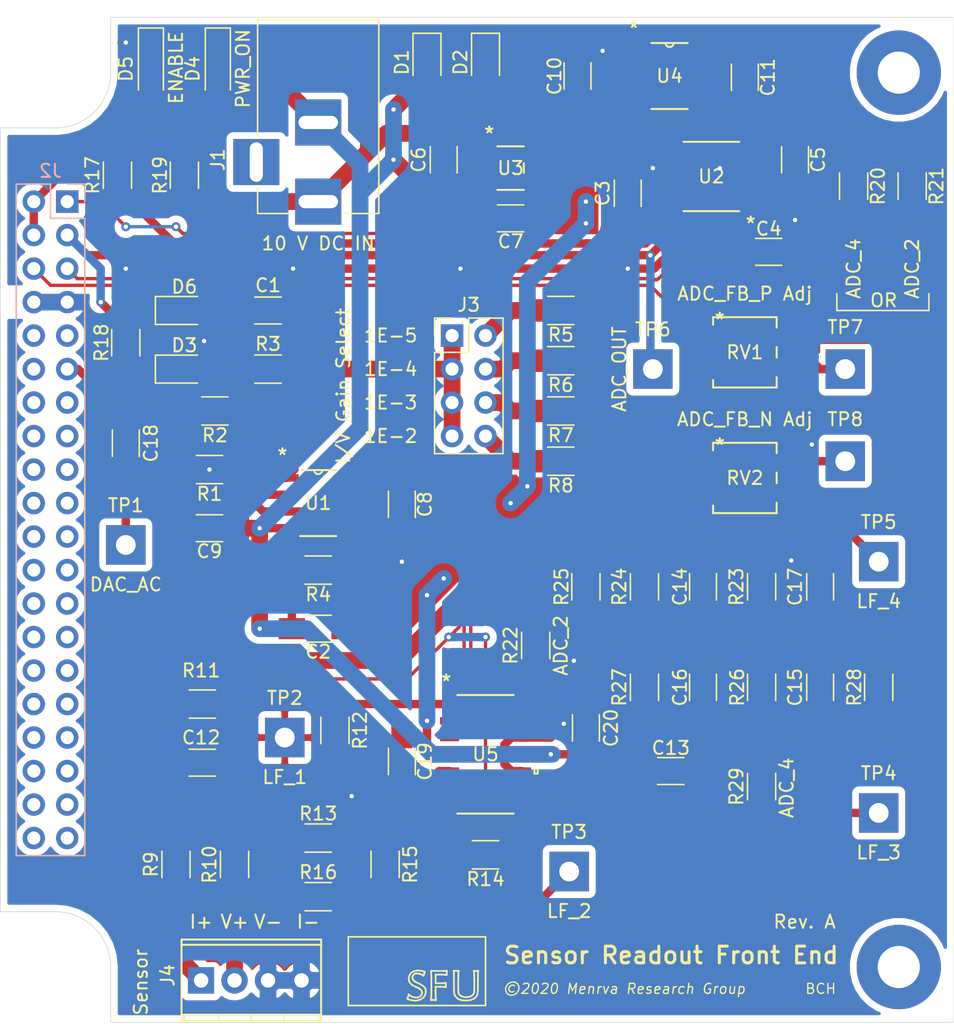
<source format=kicad_pcb>
(kicad_pcb (version 20171130) (host pcbnew "(5.1.10)-1")
  (layers (0 F.Cu signal) (31 B.Cu signal hide) (34 B.Paste user) (35 F.Paste user) (36 B.SilkS user) (37 F.SilkS user) (38 B.Mask user) (39 F.Mask user) (44 Edge.Cuts user))
  (net 0 "")
  (net 1 "Net-(C1-Pad1)")
  (net 2 "Net-(C1-Pad2)")
  (net 3 "Net-(C2-Pad1)")
  (net 4 "Net-(C2-Pad2)")
  (net 5 +3V3)
  (net 6 GNDA)
  (net 7 +5VA)
  (net 8 -5V)
  (net 9 +5V)
  (net 10 "Net-(C7-Pad1)")
  (net 11 "Net-(C11-Pad1)")
  (net 12 "Net-(C12-Pad1)")
  (net 13 /ADC_2_Y)
  (net 14 "Net-(C13-Pad1)")
  (net 15 /ADC_4_Y)
  (net 16 "Net-(C14-Pad1)")
  (net 17 "Net-(C15-Pad2)")
  (net 18 "Net-(C16-Pad1)")
  (net 19 "Net-(C17-Pad2)")
  (net 20 "Net-(C18-Pad1)")
  (net 21 /DAC_IN)
  (net 22 "Net-(D3-Pad1)")
  (net 23 "Net-(D4-Pad2)")
  (net 24 "Net-(D5-Pad2)")
  (net 25 "Net-(J2-Pad40)")
  (net 26 "Net-(J2-Pad39)")
  (net 27 "Net-(J2-Pad38)")
  (net 28 "Net-(J2-Pad37)")
  (net 29 "Net-(J2-Pad36)")
  (net 30 "Net-(J2-Pad35)")
  (net 31 "Net-(J2-Pad34)")
  (net 32 "Net-(J2-Pad33)")
  (net 33 "Net-(J2-Pad32)")
  (net 34 "Net-(J2-Pad31)")
  (net 35 "Net-(J2-Pad30)")
  (net 36 "Net-(J2-Pad29)")
  (net 37 "Net-(J2-Pad28)")
  (net 38 "Net-(J2-Pad27)")
  (net 39 "Net-(J2-Pad26)")
  (net 40 "Net-(J2-Pad25)")
  (net 41 "Net-(J2-Pad24)")
  (net 42 "Net-(J2-Pad23)")
  (net 43 "Net-(J2-Pad22)")
  (net 44 "Net-(J2-Pad21)")
  (net 45 "Net-(J2-Pad20)")
  (net 46 "Net-(J2-Pad19)")
  (net 47 "Net-(J2-Pad18)")
  (net 48 "Net-(J2-Pad17)")
  (net 49 "Net-(J2-Pad16)")
  (net 50 "Net-(J2-Pad15)")
  (net 51 "Net-(J2-Pad14)")
  (net 52 "Net-(J2-Pad13)")
  (net 53 /S_CLK)
  (net 54 /CLK)
  (net 55 /ADC_FB_N)
  (net 56 /ADC_OUT)
  (net 57 /ENABLE)
  (net 58 "Net-(J3-Pad8)")
  (net 59 "Net-(J3-Pad6)")
  (net 60 "Net-(J3-Pad4)")
  (net 61 "Net-(J3-Pad2)")
  (net 62 /I_EXC)
  (net 63 "Net-(R10-Pad1)")
  (net 64 "Net-(R13-Pad2)")
  (net 65 "Net-(R20-Pad1)")
  (net 66 "Net-(RV1-Pad3)")
  (net 67 "Net-(U4-Pad4)")
  (net 68 "Net-(U4-Pad5)")
  (net 69 "Net-(U4-Pad6)")
  (net 70 "Net-(U4-Pad7)")
  (net 71 /ADC_FB_P)
  (net 72 /V_EXC)
  (net 73 "Net-(J2-Pad12)")
  (net 74 /ADC_FB_S_N)
  (net 75 /ADC_FB_S_P)
  (module Pin_Headers:Pin_Header_Straight_2x20_Pitch2.54mm (layer B.Cu) (at 68.58 77.47 180)
    (fp_text reference J2 (at 1.27 2.33) (layer B.SilkS) (effects (justify mirror)))
    (fp_text value Conn_02x20_Odd_Even)
    (pad 40 thru_hole oval (at 2.54 -48.26 180) (size 1.7 1.7) (drill 1) (layers *.Cu *.Mask) (net 25 "Net-(J2-Pad40)"))
    (pad 39 thru_hole oval (at 0 -48.26 180) (size 1.7 1.7) (drill 1) (layers *.Cu *.Mask) (net 26 "Net-(J2-Pad39)"))
    (pad 38 thru_hole oval (at 2.54 -45.72 180) (size 1.7 1.7) (drill 1) (layers *.Cu *.Mask) (net 27 "Net-(J2-Pad38)"))
    (pad 37 thru_hole oval (at 0 -45.72 180) (size 1.7 1.7) (drill 1) (layers *.Cu *.Mask) (net 28 "Net-(J2-Pad37)"))
    (pad 36 thru_hole oval (at 2.54 -43.18 180) (size 1.7 1.7) (drill 1) (layers *.Cu *.Mask) (net 29 "Net-(J2-Pad36)"))
    (pad 35 thru_hole oval (at 0 -43.18 180) (size 1.7 1.7) (drill 1) (layers *.Cu *.Mask) (net 30 "Net-(J2-Pad35)"))
    (pad 34 thru_hole oval (at 2.54 -40.64 180) (size 1.7 1.7) (drill 1) (layers *.Cu *.Mask) (net 31 "Net-(J2-Pad34)"))
    (pad 33 thru_hole oval (at 0 -40.64 180) (size 1.7 1.7) (drill 1) (layers *.Cu *.Mask) (net 32 "Net-(J2-Pad33)"))
    (pad 32 thru_hole oval (at 2.54 -38.1 180) (size 1.7 1.7) (drill 1) (layers *.Cu *.Mask) (net 33 "Net-(J2-Pad32)"))
    (pad 31 thru_hole oval (at 0 -38.1 180) (size 1.7 1.7) (drill 1) (layers *.Cu *.Mask) (net 34 "Net-(J2-Pad31)"))
    (pad 30 thru_hole oval (at 2.54 -35.56 180) (size 1.7 1.7) (drill 1) (layers *.Cu *.Mask) (net 35 "Net-(J2-Pad30)"))
    (pad 29 thru_hole oval (at 0 -35.56 180) (size 1.7 1.7) (drill 1) (layers *.Cu *.Mask) (net 36 "Net-(J2-Pad29)"))
    (pad 28 thru_hole oval (at 2.54 -33.02 180) (size 1.7 1.7) (drill 1) (layers *.Cu *.Mask) (net 37 "Net-(J2-Pad28)"))
    (pad 27 thru_hole oval (at 0 -33.02 180) (size 1.7 1.7) (drill 1) (layers *.Cu *.Mask) (net 38 "Net-(J2-Pad27)"))
    (pad 26 thru_hole oval (at 2.54 -30.48 180) (size 1.7 1.7) (drill 1) (layers *.Cu *.Mask) (net 39 "Net-(J2-Pad26)"))
    (pad 25 thru_hole oval (at 0 -30.48 180) (size 1.7 1.7) (drill 1) (layers *.Cu *.Mask) (net 40 "Net-(J2-Pad25)"))
    (pad 24 thru_hole oval (at 2.54 -27.94 180) (size 1.7 1.7) (drill 1) (layers *.Cu *.Mask) (net 41 "Net-(J2-Pad24)"))
    (pad 23 thru_hole oval (at 0 -27.94 180) (size 1.7 1.7) (drill 1) (layers *.Cu *.Mask) (net 42 "Net-(J2-Pad23)"))
    (pad 22 thru_hole oval (at 2.54 -25.4 180) (size 1.7 1.7) (drill 1) (layers *.Cu *.Mask) (net 43 "Net-(J2-Pad22)"))
    (pad 21 thru_hole oval (at 0 -25.4 180) (size 1.7 1.7) (drill 1) (layers *.Cu *.Mask) (net 44 "Net-(J2-Pad21)"))
    (pad 20 thru_hole oval (at 2.54 -22.86 180) (size 1.7 1.7) (drill 1) (layers *.Cu *.Mask) (net 45 "Net-(J2-Pad20)"))
    (pad 19 thru_hole oval (at 0 -22.86 180) (size 1.7 1.7) (drill 1) (layers *.Cu *.Mask) (net 46 "Net-(J2-Pad19)"))
    (pad 18 thru_hole oval (at 2.54 -20.32 180) (size 1.7 1.7) (drill 1) (layers *.Cu *.Mask) (net 47 "Net-(J2-Pad18)"))
    (pad 17 thru_hole oval (at 0 -20.32 180) (size 1.7 1.7) (drill 1) (layers *.Cu *.Mask) (net 48 "Net-(J2-Pad17)"))
    (pad 16 thru_hole oval (at 2.54 -17.78 180) (size 1.7 1.7) (drill 1) (layers *.Cu *.Mask) (net 49 "Net-(J2-Pad16)"))
    (pad 15 thru_hole oval (at 0 -17.78 180) (size 1.7 1.7) (drill 1) (layers *.Cu *.Mask) (net 50 "Net-(J2-Pad15)"))
    (pad 14 thru_hole oval (at 2.54 -15.24 180) (size 1.7 1.7) (drill 1) (layers *.Cu *.Mask) (net 51 "Net-(J2-Pad14)"))
    (pad 13 thru_hole oval (at 0 -15.24 180) (size 1.7 1.7) (drill 1) (layers *.Cu *.Mask) (net 52 "Net-(J2-Pad13)"))
    (pad 12 thru_hole oval (at 2.54 -12.7 180) (size 1.7 1.7) (drill 1) (layers *.Cu *.Mask) (net 73 "Net-(J2-Pad12)"))
    (pad 11 thru_hole oval (at 0 -12.7 180) (size 1.7 1.7) (drill 1) (layers *.Cu *.Mask) (net 21 /DAC_IN))
    (pad 10 thru_hole oval (at 2.54 -10.16 180) (size 1.7 1.7) (drill 1) (layers *.Cu *.Mask) (net 54 /CLK))
    (pad 9 thru_hole oval (at 0 -10.16 180) (size 1.7 1.7) (drill 1) (layers *.Cu *.Mask) (net 53 /S_CLK))
    (pad 8 thru_hole oval (at 2.54 -7.62 180) (size 1.7 1.7) (drill 1) (layers *.Cu *.Mask) (net 6 GNDA))
    (pad 7 thru_hole oval (at 0 -7.62 180) (size 1.7 1.7) (drill 1) (layers *.Cu *.Mask) (net 6 GNDA))
    (pad 6 thru_hole oval (at 2.54 -5.08 180) (size 1.7 1.7) (drill 1) (layers *.Cu *.Mask) (net 55 /ADC_FB_N))
    (pad 5 thru_hole oval (at 0 -5.08 180) (size 1.7 1.7) (drill 1) (layers *.Cu *.Mask) (net 71 /ADC_FB_P))
    (pad 4 thru_hole oval (at 2.54 -2.54 180) (size 1.7 1.7) (drill 1) (layers *.Cu *.Mask) (net 5 +3V3))
    (pad 3 thru_hole oval (at 0 -2.54 180) (size 1.7 1.7) (drill 1) (layers *.Cu *.Mask) (net 56 /ADC_OUT))
    (pad 2 thru_hole oval (at 2.54 0 180) (size 1.7 1.7) (drill 1) (layers *.Cu *.Mask) (net 5 +3V3))
    (pad 1 thru_hole rect (at 0 0 180) (size 1.7 1.7) (drill 1) (layers *.Cu *.Mask) (net 57 /ENABLE))
  )
  (module Mounting_Holes:MountingHole_3.2mm_M3_Pad (layer F.Cu) (at 131.699 67.691)
    (fp_text reference REF**)
    (fp_text value MountingHole_3.2mm_M3_Pad)
    (pad 1 thru_hole circle (at 0 0) (size 6.4 6.4) (drill 3.2) (layers *.Cu *.Mask))
  )
  (module LM6144AIM:LM6144AIM&slash_NOPB (layer F.Cu) (at 100.33 119.38)
    (fp_text reference U5 (at 0 0) (layer F.SilkS))
    (fp_text value LM6144AIM_NOPB)
    (fp_text user * (at -2.9845 -5.5118) (layer F.SilkS))
    (fp_text user * (at -2.9845 -5.5118) (layer F.SilkS))
    (pad 1 smd rect (at -2.7305 -3.81) (size 1.4478 0.5588) (layers F.Cu F.Paste F.Mask) (net 12 "Net-(C12-Pad1)"))
    (pad 2 smd rect (at -2.7305 -2.54) (size 1.4478 0.5588) (layers F.Cu F.Paste F.Mask) (net 74 /ADC_FB_S_N))
    (pad 3 smd rect (at -2.7305 -1.27) (size 1.4478 0.5588) (layers F.Cu F.Paste F.Mask) (net 75 /ADC_FB_S_P))
    (pad 4 smd rect (at -2.7305 0) (size 1.4478 0.5588) (layers F.Cu F.Paste F.Mask) (net 7 +5VA))
    (pad 5 smd rect (at -2.7305 1.27) (size 1.4478 0.5588) (layers F.Cu F.Paste F.Mask) (net 6 GNDA))
    (pad 6 smd rect (at -2.7305 2.54) (size 1.4478 0.5588) (layers F.Cu F.Paste F.Mask) (net 63 "Net-(R10-Pad1)"))
    (pad 7 smd rect (at -2.7305 3.81) (size 1.4478 0.5588) (layers F.Cu F.Paste F.Mask) (net 64 "Net-(R13-Pad2)"))
    (pad 8 smd rect (at 2.7305 3.81) (size 1.4478 0.5588) (layers F.Cu F.Paste F.Mask) (net 13 /ADC_2_Y))
    (pad 9 smd rect (at 2.7305 2.54) (size 1.4478 0.5588) (layers F.Cu F.Paste F.Mask) (net 14 "Net-(C13-Pad1)"))
    (pad 10 smd rect (at 2.7305 1.27) (size 1.4478 0.5588) (layers F.Cu F.Paste F.Mask) (net 6 GNDA))
    (pad 11 smd rect (at 2.7305 0) (size 1.4478 0.5588) (layers F.Cu F.Paste F.Mask) (net 8 -5V))
    (pad 12 smd rect (at 2.7305 -1.27) (size 1.4478 0.5588) (layers F.Cu F.Paste F.Mask) (net 6 GNDA))
    (pad 13 smd rect (at 2.7305 -2.54) (size 1.4478 0.5588) (layers F.Cu F.Paste F.Mask) (net 18 "Net-(C16-Pad1)"))
    (pad 14 smd rect (at 2.7305 -3.81) (size 1.4478 0.5588) (layers F.Cu F.Paste F.Mask) (net 15 /ADC_4_Y))
  )
  (module LMH6619MA:LMH6619MA&slash_NOPB (layer F.Cu) (at 87.63 100.33)
    (fp_text reference U1 (at 0 0) (layer F.SilkS))
    (fp_text value LMH6619MA_NOPB)
    (fp_text user * (at -2.7178 -3.6068) (layer F.SilkS))
    (fp_text user * (at -2.7178 -3.6068) (layer F.SilkS))
    (pad 1 smd rect (at -2.4638 -1.905) (size 1.9812 0.5588) (layers F.Cu F.Paste F.Mask) (net 1 "Net-(C1-Pad1)"))
    (pad 2 smd rect (at -2.4638 -0.635) (size 1.9812 0.5588) (layers F.Cu F.Paste F.Mask) (net 2 "Net-(C1-Pad2)"))
    (pad 3 smd rect (at -2.4638 0.635) (size 1.9812 0.5588) (layers F.Cu F.Paste F.Mask) (net 4 "Net-(C2-Pad2)"))
    (pad 4 smd rect (at -2.4638 1.905) (size 1.9812 0.5588) (layers F.Cu F.Paste F.Mask) (net 8 -5V))
    (pad 5 smd rect (at 2.4638 1.905) (size 1.9812 0.5588) (layers F.Cu F.Paste F.Mask) (net 62 /I_EXC))
    (pad 6 smd rect (at 2.4638 0.635) (size 1.9812 0.5588) (layers F.Cu F.Paste F.Mask) (net 3 "Net-(C2-Pad1)"))
    (pad 7 smd rect (at 2.4638 -0.635) (size 1.9812 0.5588) (layers F.Cu F.Paste F.Mask) (net 3 "Net-(C2-Pad1)"))
    (pad 8 smd rect (at 2.4638 -1.905) (size 1.9812 0.5588) (layers F.Cu F.Paste F.Mask) (net 7 +5VA))
  )
  (module 23BR50KLFTR:23BR50KLFTR (layer F.Cu) (at 120.015 98.425)
    (fp_text reference RV2 (at 0 0) (layer F.SilkS))
    (fp_text value 47k)
    (fp_text user * (at -1.905 -2.4638) (layer F.SilkS))
    (fp_text user * (at -1.905 -2.4638) (layer F.SilkS))
    (pad 2 smd rect (at -2.8956 0) (size 0.762 1.27) (layers F.Cu F.Paste F.Mask) (net 55 /ADC_FB_N))
    (pad 3 smd roundrect (at 2.8956 1.143) (size 1.27 0.8128) (layers F.Cu F.Paste F.Mask) (net 75 /ADC_FB_S_P))
    (pad 1 smd roundrect (at 2.8956 -1.143) (size 1.27 0.8128) (layers F.Cu F.Paste F.Mask) (net 6 GNDA))
  )
  (module 23BR50KLFTR:23BR50KLFTR (layer F.Cu) (at 120.015 88.9)
    (fp_text reference RV1 (at 0 0) (layer F.SilkS))
    (fp_text value 10k)
    (fp_text user * (at -1.905 -2.4638) (layer F.SilkS))
    (fp_text user * (at -1.905 -2.4638) (layer F.SilkS))
    (pad 1 smd roundrect (at 2.8956 -1.143) (size 1.27 0.8128) (layers F.Cu F.Paste F.Mask) (net 71 /ADC_FB_P))
    (pad 3 smd roundrect (at 2.8956 1.143) (size 1.27 0.8128) (layers F.Cu F.Paste F.Mask) (net 66 "Net-(RV1-Pad3)"))
    (pad 2 smd rect (at -2.8956 0) (size 0.762 1.27) (layers F.Cu F.Paste F.Mask) (net 74 /ADC_FB_S_N))
  )
  (module TLE2426CD:TLE2426CD (layer F.Cu) (at 114.3 67.945)
    (fp_text reference U4 (at 0 0) (layer F.SilkS))
    (fp_text value TLE2426xD)
    (fp_text user * (at -2.7178 -3.6068) (layer F.SilkS))
    (fp_text user * (at -2.7178 -3.6068) (layer F.SilkS))
    (pad 1 smd rect (at -2.4638 -1.905) (size 1.9812 0.5588) (layers F.Cu F.Paste F.Mask) (net 6 GNDA))
    (pad 2 smd rect (at -2.4638 -0.635) (size 1.9812 0.5588) (layers F.Cu F.Paste F.Mask) (net 8 -5V))
    (pad 3 smd rect (at -2.4638 0.635) (size 1.9812 0.5588) (layers F.Cu F.Paste F.Mask) (net 7 +5VA))
    (pad 4 smd rect (at -2.4638 1.905) (size 1.9812 0.5588) (layers F.Cu F.Paste F.Mask) (net 67 "Net-(U4-Pad4)"))
    (pad 5 smd rect (at 2.4638 1.905) (size 1.9812 0.5588) (layers F.Cu F.Paste F.Mask) (net 68 "Net-(U4-Pad5)"))
    (pad 6 smd rect (at 2.4638 0.635) (size 1.9812 0.5588) (layers F.Cu F.Paste F.Mask) (net 69 "Net-(U4-Pad6)"))
    (pad 7 smd rect (at 2.4638 -0.635) (size 1.9812 0.5588) (layers F.Cu F.Paste F.Mask) (net 70 "Net-(U4-Pad7)"))
    (pad 8 smd rect (at 2.4638 -1.905) (size 1.9812 0.5588) (layers F.Cu F.Paste F.Mask) (net 11 "Net-(C11-Pad1)"))
  )
  (module MAX903CSA:MAX903CSA&plus_ (layer F.Cu) (at 117.475 75.565 180)
    (fp_text reference U2 (at 0 0 180) (layer F.SilkS))
    (fp_text value MAX903CSA+)
    (fp_text user * (at -2.97815 -3.5814 180) (layer F.SilkS))
    (fp_text user * (at -2.97815 -3.5814 180) (layer F.SilkS))
    (pad 1 smd rect (at -2.72415 -1.905 180) (size 1.4605 0.5334) (layers F.Cu F.Paste F.Mask) (net 7 +5VA))
    (pad 2 smd rect (at -2.72415 -0.635 180) (size 1.4605 0.5334) (layers F.Cu F.Paste F.Mask) (net 65 "Net-(R20-Pad1)"))
    (pad 3 smd rect (at -2.72415 0.635 180) (size 1.4605 0.5334) (layers F.Cu F.Paste F.Mask) (net 6 GNDA))
    (pad 4 smd rect (at -2.72415 1.905 180) (size 1.4605 0.5334) (layers F.Cu F.Paste F.Mask) (net 8 -5V))
    (pad 5 smd rect (at 2.72415 1.905 180) (size 1.4605 0.5334) (layers F.Cu F.Paste F.Mask) (net 5 +3V3))
    (pad 6 smd rect (at 2.72415 0.635 180) (size 1.4605 0.5334) (layers F.Cu F.Paste F.Mask) (net 6 GNDA))
    (pad 7 smd rect (at 2.72415 -0.635 180) (size 1.4605 0.5334) (layers F.Cu F.Paste F.Mask) (net 56 /ADC_OUT))
    (pad 8 smd rect (at 2.72415 -1.905 180) (size 1.4605 0.5334) (layers F.Cu F.Paste F.Mask) (net 5 +3V3))
  )
  (module LP2985A10DBVR:LP2985A-10DBVR (layer F.Cu) (at 102.235 74.93)
    (fp_text reference U3 (at 0 0) (layer F.SilkS))
    (fp_text value LP2985A-10DBVR)
    (fp_text user * (at -1.61925 -2.601) (layer F.SilkS))
    (fp_text user * (at -1.61925 -2.601) (layer F.SilkS))
    (pad 1 smd rect (at -1.36525 -0.950001) (size 0.9779 0.508) (layers F.Cu F.Paste F.Mask) (net 9 +5V))
    (pad 2 smd rect (at -1.36525 0) (size 0.9779 0.508) (layers F.Cu F.Paste F.Mask) (net 8 -5V))
    (pad 3 smd rect (at -1.36525 0.950001) (size 0.9779 0.508) (layers F.Cu F.Paste F.Mask) (net 57 /ENABLE))
    (pad 4 smd rect (at 1.36525 0.950001) (size 0.9779 0.508) (layers F.Cu F.Paste F.Mask) (net 10 "Net-(C7-Pad1)"))
    (pad 5 smd rect (at 1.36525 -0.950001) (size 0.9779 0.508) (layers F.Cu F.Paste F.Mask) (net 7 +5VA))
  )
  (module Mounting_Holes:MountingHole_3.2mm_M3_Pad (layer F.Cu) (at 131.699 135.509)
    (fp_text reference REF**)
    (fp_text value MountingHole_3.2mm_M3_Pad)
    (pad 1 thru_hole circle (at 0 0) (size 6.4 6.4) (drill 3.2) (layers *.Cu *.Mask))
  )
  (module TerminalBlocks_Phoenix:TerminalBlock_Phoenix_MPT-2.54mm_4pol (layer F.Cu) (at 78.74 136.525)
    (fp_text reference J4 (at -2.54 -0.381 90) (layer F.SilkS))
    (fp_text value Screw_Terminal_01x04)
    (pad 4 thru_hole oval (at 7.62 0 180) (size 1.99898 1.99898) (drill 1.09728) (layers *.Cu *.Mask) (net 6 GNDA))
    (pad 1 thru_hole rect (at 0 0 180) (size 1.99898 1.99898) (drill 1.09728) (layers *.Cu *.Mask) (net 62 /I_EXC))
    (pad 2 thru_hole oval (at 2.54 0 180) (size 1.99898 1.99898) (drill 1.09728) (layers *.Cu *.Mask) (net 72 /V_EXC))
    (pad 3 thru_hole oval (at 5.08 0 180) (size 1.99898 1.99898) (drill 1.09728) (layers *.Cu *.Mask) (net 6 GNDA))
  )
  (module Measurement_Points:Measurement_Point_Square-TH_Big (layer F.Cu) (at 127.635 97.155 270)
    (fp_text reference TP8 (at -3.175 0 180) (layer F.SilkS))
    (fp_text value TestPoint)
    (pad 1 thru_hole rect (at 0 0 270) (size 3 3) (drill 1.5) (layers *.Cu *.Mask) (net 75 /ADC_FB_S_P))
  )
  (module Measurement_Points:Measurement_Point_Square-TH_Big (layer F.Cu) (at 127.635 90.17 270)
    (fp_text reference TP7 (at -3.175 0 180) (layer F.SilkS))
    (fp_text value TestPoint)
    (pad 1 thru_hole rect (at 0 0 270) (size 3 3) (drill 1.5) (layers *.Cu *.Mask) (net 74 /ADC_FB_S_N))
  )
  (module Resistors_SMD:R_1206_HandSoldering (layer F.Cu) (at 87.63 130.175)
    (fp_text reference R16 (at 0 -1.85) (layer F.SilkS))
    (fp_text value 6.98k)
    (pad 2 smd rect (at 2 0) (size 2 1.7) (layers F.Cu F.Paste F.Mask) (net 14 "Net-(C13-Pad1)"))
    (pad 1 smd rect (at -2 0) (size 2 1.7) (layers F.Cu F.Paste F.Mask) (net 72 /V_EXC))
  )
  (module Measurement_Points:Measurement_Point_Square-TH_Big (layer F.Cu) (at 106.68 128.27)
    (fp_text reference TP3 (at 0 -3) (layer F.SilkS))
    (fp_text value LF_2 (at 0 3) (layer F.SilkS))
    (pad 1 thru_hole rect (at 0 0) (size 3 3) (drill 1.5) (layers *.Cu *.Mask) (net 64 "Net-(R13-Pad2)"))
  )
  (module Capacitors_SMD:C_1206_HandSoldering (layer F.Cu) (at 83.82 85.725 180)
    (fp_text reference C1 (at 0 1.905) (layer F.SilkS))
    (fp_text value 20p)
    (pad 1 smd rect (at -2 0 180) (size 2 1.6) (layers F.Cu F.Paste F.Mask) (net 1 "Net-(C1-Pad1)"))
    (pad 2 smd rect (at 2 0 180) (size 2 1.6) (layers F.Cu F.Paste F.Mask) (net 2 "Net-(C1-Pad2)"))
  )
  (module Capacitors_SMD:C_1206_HandSoldering (layer F.Cu) (at 87.63 109.855 180)
    (fp_text reference C2 (at 0 -1.75) (layer F.SilkS))
    (fp_text value 20p)
    (pad 1 smd rect (at -2 0 180) (size 2 1.6) (layers F.Cu F.Paste F.Mask) (net 3 "Net-(C2-Pad1)"))
    (pad 2 smd rect (at 2 0 180) (size 2 1.6) (layers F.Cu F.Paste F.Mask) (net 4 "Net-(C2-Pad2)"))
  )
  (module Capacitors_SMD:C_1206_HandSoldering (layer F.Cu) (at 111.125 76.835 270)
    (fp_text reference C3 (at 0 1.905 90) (layer F.SilkS))
    (fp_text value 100n)
    (pad 1 smd rect (at -2 0 270) (size 2 1.6) (layers F.Cu F.Paste F.Mask) (net 5 +3V3))
    (pad 2 smd rect (at 2 0 270) (size 2 1.6) (layers F.Cu F.Paste F.Mask) (net 6 GNDA))
  )
  (module Capacitors_SMD:C_1206_HandSoldering (layer F.Cu) (at 121.825 81.28)
    (fp_text reference C4 (at 0 -1.75) (layer F.SilkS))
    (fp_text value 100n)
    (pad 2 smd rect (at 2 0) (size 2 1.6) (layers F.Cu F.Paste F.Mask) (net 6 GNDA))
    (pad 1 smd rect (at -2 0) (size 2 1.6) (layers F.Cu F.Paste F.Mask) (net 7 +5VA))
  )
  (module Capacitors_SMD:C_1206_HandSoldering (layer F.Cu) (at 123.825 74.295 270)
    (fp_text reference C5 (at 0 -1.75 90) (layer F.SilkS))
    (fp_text value 100n)
    (pad 2 smd rect (at 2 0 270) (size 2 1.6) (layers F.Cu F.Paste F.Mask) (net 6 GNDA))
    (pad 1 smd rect (at -2 0 270) (size 2 1.6) (layers F.Cu F.Paste F.Mask) (net 8 -5V))
  )
  (module Capacitors_SMD:C_1206_HandSoldering (layer F.Cu) (at 97.155 74.295 270)
    (fp_text reference C6 (at 0 1.905 90) (layer F.SilkS))
    (fp_text value 1u)
    (pad 2 smd rect (at 2 0 270) (size 2 1.6) (layers F.Cu F.Paste F.Mask) (net 8 -5V))
    (pad 1 smd rect (at -2 0 270) (size 2 1.6) (layers F.Cu F.Paste F.Mask) (net 9 +5V))
  )
  (module Capacitors_SMD:C_1206_HandSoldering (layer F.Cu) (at 102.235 78.74 180)
    (fp_text reference C7 (at 0 -1.75) (layer F.SilkS))
    (fp_text value 10n)
    (pad 2 smd rect (at 2 0 180) (size 2 1.6) (layers F.Cu F.Paste F.Mask) (net 8 -5V))
    (pad 1 smd rect (at -2 0 180) (size 2 1.6) (layers F.Cu F.Paste F.Mask) (net 10 "Net-(C7-Pad1)"))
  )
  (module Capacitors_SMD:C_1206_HandSoldering (layer F.Cu) (at 93.98 100.425 270)
    (fp_text reference C8 (at 0 -1.75 90) (layer F.SilkS))
    (fp_text value 100n)
    (pad 1 smd rect (at -2 0 270) (size 2 1.6) (layers F.Cu F.Paste F.Mask) (net 7 +5VA))
    (pad 2 smd rect (at 2 0 270) (size 2 1.6) (layers F.Cu F.Paste F.Mask) (net 6 GNDA))
  )
  (module Capacitors_SMD:C_1206_HandSoldering (layer F.Cu) (at 79.375 102.235 180)
    (fp_text reference C9 (at 0 -1.75) (layer F.SilkS))
    (fp_text value 100n)
    (pad 2 smd rect (at 2 0 180) (size 2 1.6) (layers F.Cu F.Paste F.Mask) (net 6 GNDA))
    (pad 1 smd rect (at -2 0 180) (size 2 1.6) (layers F.Cu F.Paste F.Mask) (net 8 -5V))
  )
  (module Capacitors_SMD:C_1206_HandSoldering (layer F.Cu) (at 107.315 67.945 90)
    (fp_text reference C10 (at 0 -1.75 90) (layer F.SilkS))
    (fp_text value 10n)
    (pad 1 smd rect (at -2 0 90) (size 2 1.6) (layers F.Cu F.Paste F.Mask) (net 7 +5VA))
    (pad 2 smd rect (at 2 0 90) (size 2 1.6) (layers F.Cu F.Paste F.Mask) (net 8 -5V))
  )
  (module Capacitors_SMD:C_1206_HandSoldering (layer F.Cu) (at 120.015 68.04 270)
    (fp_text reference C11 (at 0 -1.75 90) (layer F.SilkS))
    (fp_text value 1u)
    (pad 1 smd rect (at -2 0 270) (size 2 1.6) (layers F.Cu F.Paste F.Mask) (net 11 "Net-(C11-Pad1)"))
    (pad 2 smd rect (at 2 0 270) (size 2 1.6) (layers F.Cu F.Paste F.Mask) (net 8 -5V))
  )
  (module Capacitors_SMD:C_1206_HandSoldering (layer F.Cu) (at 78.835 120.015 180)
    (fp_text reference C12 (at 0.095 1.905) (layer F.SilkS))
    (fp_text value 680p)
    (pad 2 smd rect (at 2 0 180) (size 2 1.6) (layers F.Cu F.Paste F.Mask) (net 74 /ADC_FB_S_N))
    (pad 1 smd rect (at -2 0 180) (size 2 1.6) (layers F.Cu F.Paste F.Mask) (net 12 "Net-(C12-Pad1)"))
  )
  (module Capacitors_SMD:C_1206_HandSoldering (layer F.Cu) (at 114.395 120.65)
    (fp_text reference C13 (at 0 -1.75) (layer F.SilkS))
    (fp_text value 1.5n)
    (pad 2 smd rect (at 2 0) (size 2 1.6) (layers F.Cu F.Paste F.Mask) (net 13 /ADC_2_Y))
    (pad 1 smd rect (at -2 0) (size 2 1.6) (layers F.Cu F.Paste F.Mask) (net 14 "Net-(C13-Pad1)"))
  )
  (module Capacitors_SMD:C_1206_HandSoldering (layer F.Cu) (at 116.84 106.68 90)
    (fp_text reference C14 (at 0 -1.75 90) (layer F.SilkS))
    (fp_text value 130p)
    (pad 2 smd rect (at 2 0 90) (size 2 1.6) (layers F.Cu F.Paste F.Mask) (net 15 /ADC_4_Y))
    (pad 1 smd rect (at -2 0 90) (size 2 1.6) (layers F.Cu F.Paste F.Mask) (net 16 "Net-(C14-Pad1)"))
  )
  (module Capacitors_SMD:C_1206_HandSoldering (layer F.Cu) (at 125.73 114.3 270)
    (fp_text reference C15 (at 0 1.905 90) (layer F.SilkS))
    (fp_text value 130p)
    (pad 2 smd rect (at 2 0 270) (size 2 1.6) (layers F.Cu F.Paste F.Mask) (net 17 "Net-(C15-Pad2)"))
    (pad 1 smd rect (at -2 0 270) (size 2 1.6) (layers F.Cu F.Paste F.Mask) (net 16 "Net-(C14-Pad1)"))
  )
  (module Capacitors_SMD:C_1206_HandSoldering (layer F.Cu) (at 116.84 114.3 90)
    (fp_text reference C16 (at 0 -1.75 90) (layer F.SilkS))
    (fp_text value 130p)
    (pad 1 smd rect (at -2 0 90) (size 2 1.6) (layers F.Cu F.Paste F.Mask) (net 18 "Net-(C16-Pad1)"))
    (pad 2 smd rect (at 2 0 90) (size 2 1.6) (layers F.Cu F.Paste F.Mask) (net 16 "Net-(C14-Pad1)"))
  )
  (module Capacitors_SMD:C_1206_HandSoldering (layer F.Cu) (at 125.73 106.68 270)
    (fp_text reference C17 (at 0 1.905 90) (layer F.SilkS))
    (fp_text value 390p)
    (pad 1 smd rect (at -2 0 270) (size 2 1.6) (layers F.Cu F.Paste F.Mask) (net 6 GNDA))
    (pad 2 smd rect (at 2 0 270) (size 2 1.6) (layers F.Cu F.Paste F.Mask) (net 19 "Net-(C17-Pad2)"))
  )
  (module Capacitors_SMD:C_1206_HandSoldering (layer F.Cu) (at 73.025 95.79 90)
    (fp_text reference C18 (at 0 1.905 90) (layer F.SilkS))
    (fp_text value C)
    (pad 1 smd rect (at -2 0 90) (size 2 1.6) (layers F.Cu F.Paste F.Mask) (net 20 "Net-(C18-Pad1)"))
    (pad 2 smd rect (at 2 0 90) (size 2 1.6) (layers F.Cu F.Paste F.Mask) (net 21 /DAC_IN))
  )
  (module Capacitors_SMD:C_1206_HandSoldering (layer F.Cu) (at 93.98 119.92 270)
    (fp_text reference C19 (at 0 -1.75 90) (layer F.SilkS))
    (fp_text value 100n)
    (pad 1 smd rect (at -2 0 270) (size 2 1.6) (layers F.Cu F.Paste F.Mask) (net 7 +5VA))
    (pad 2 smd rect (at 2 0 270) (size 2 1.6) (layers F.Cu F.Paste F.Mask) (net 6 GNDA))
  )
  (module Capacitors_SMD:C_1206_HandSoldering (layer F.Cu) (at 107.95 117.38 90)
    (fp_text reference C20 (at 0 1.905 90) (layer F.SilkS))
    (fp_text value 100n)
    (pad 2 smd rect (at 2 0 90) (size 2 1.6) (layers F.Cu F.Paste F.Mask) (net 6 GNDA))
    (pad 1 smd rect (at -2 0 90) (size 2 1.6) (layers F.Cu F.Paste F.Mask) (net 8 -5V))
  )
  (module Diodes_SMD:D_1206 (layer F.Cu) (at 95.885 66.905 270)
    (fp_text reference D1 (at 0 1.905 90) (layer F.SilkS))
    (fp_text value D_Schottky)
    (pad 1 smd rect (at -1.5 0 270) (size 1 1.6) (layers F.Cu F.Paste F.Mask) (net 9 +5V))
    (pad 2 smd rect (at 1.5 0 270) (size 1 1.6) (layers F.Cu F.Paste F.Mask) (net 8 -5V))
  )
  (module Diodes_SMD:D_1206 (layer F.Cu) (at 100.33 66.905 270)
    (fp_text reference D2 (at 0 1.905 90) (layer F.SilkS))
    (fp_text value D_Zener)
    (pad 2 smd rect (at 1.5 0 270) (size 1 1.6) (layers F.Cu F.Paste F.Mask) (net 8 -5V))
    (pad 1 smd rect (at -1.5 0 270) (size 1 1.6) (layers F.Cu F.Paste F.Mask) (net 9 +5V))
  )
  (module Diodes_SMD:D_1206 (layer F.Cu) (at 77.47 90.17)
    (fp_text reference D3 (at 0 -1.8) (layer F.SilkS))
    (fp_text value D_Schottky)
    (pad 2 smd rect (at 1.5 0) (size 1 1.6) (layers F.Cu F.Paste F.Mask) (net 6 GNDA))
    (pad 1 smd rect (at -1.5 0) (size 1 1.6) (layers F.Cu F.Paste F.Mask) (net 22 "Net-(D3-Pad1)"))
  )
  (module LEDs:LED_1206_HandSoldering (layer F.Cu) (at 80.01 67.405 270)
    (fp_text reference D4 (at 0 1.905 90) (layer F.SilkS))
    (fp_text value PWR_ON)
    (pad 1 smd rect (at -2 0 270) (size 2 1.7) (layers F.Cu F.Paste F.Mask) (net 8 -5V))
    (pad 2 smd rect (at 2 0 270) (size 2 1.7) (layers F.Cu F.Paste F.Mask) (net 23 "Net-(D4-Pad2)"))
  )
  (module LEDs:LED_1206_HandSoldering (layer F.Cu) (at 74.93 67.405 270)
    (fp_text reference D5 (at 0 1.905 90) (layer F.SilkS))
    (fp_text value ENABLE)
    (pad 2 smd rect (at 2 0 270) (size 2 1.7) (layers F.Cu F.Paste F.Mask) (net 24 "Net-(D5-Pad2)"))
    (pad 1 smd rect (at -2 0 270) (size 2 1.7) (layers F.Cu F.Paste F.Mask) (net 6 GNDA))
  )
  (module Diodes_SMD:D_1206 (layer F.Cu) (at 77.47 85.725)
    (fp_text reference D6 (at 0 -1.8) (layer F.SilkS))
    (fp_text value D_Zener)
    (pad 1 smd rect (at -1.5 0) (size 1 1.6) (layers F.Cu F.Paste F.Mask) (net 22 "Net-(D3-Pad1)"))
    (pad 2 smd rect (at 1.5 0) (size 1 1.6) (layers F.Cu F.Paste F.Mask) (net 6 GNDA))
  )
  (module Connectors:BARREL_JACK (layer F.Cu) (at 87.63 77.47 270)
    (fp_text reference J1 (at -3.175 7.62 90) (layer F.SilkS))
    (fp_text value Barrel_Jack)
    (pad 3 thru_hole rect (at -3 4.7 270) (size 3.5 3.5) (drill oval 3 1) (layers *.Cu *.Mask))
    (pad 2 thru_hole rect (at -6 0 270) (size 3.5 3.5) (drill oval 1 3) (layers *.Cu *.Mask) (net 8 -5V))
    (pad 1 thru_hole rect (at 0 0 270) (size 3.5 3.5) (drill oval 1 3) (layers *.Cu *.Mask) (net 9 +5V))
  )
  (module Pin_Headers:Pin_Header_Straight_2x04_Pitch2.54mm (layer F.Cu) (at 97.79 87.63)
    (fp_text reference J3 (at 1.27 -2.33) (layer F.SilkS))
    (fp_text value Conn_02x04_Odd_Even)
    (pad 8 thru_hole oval (at 2.54 7.62) (size 1.7 1.7) (drill 1) (layers *.Cu *.Mask) (net 58 "Net-(J3-Pad8)"))
    (pad 7 thru_hole oval (at 0 7.62) (size 1.7 1.7) (drill 1) (layers *.Cu *.Mask) (net 1 "Net-(C1-Pad1)"))
    (pad 6 thru_hole oval (at 2.54 5.08) (size 1.7 1.7) (drill 1) (layers *.Cu *.Mask) (net 59 "Net-(J3-Pad6)"))
    (pad 5 thru_hole oval (at 0 5.08) (size 1.7 1.7) (drill 1) (layers *.Cu *.Mask) (net 1 "Net-(C1-Pad1)"))
    (pad 4 thru_hole oval (at 2.54 2.54) (size 1.7 1.7) (drill 1) (layers *.Cu *.Mask) (net 60 "Net-(J3-Pad4)"))
    (pad 3 thru_hole oval (at 0 2.54) (size 1.7 1.7) (drill 1) (layers *.Cu *.Mask) (net 1 "Net-(C1-Pad1)"))
    (pad 2 thru_hole oval (at 2.54 0) (size 1.7 1.7) (drill 1) (layers *.Cu *.Mask) (net 61 "Net-(J3-Pad2)"))
    (pad 1 thru_hole rect (at 0 0) (size 1.7 1.7) (drill 1) (layers *.Cu *.Mask) (net 1 "Net-(C1-Pad1)"))
  )
  (module Resistors_SMD:R_1206_HandSoldering (layer F.Cu) (at 79.375 97.79 180)
    (fp_text reference R1 (at 0 -1.85) (layer F.SilkS))
    (fp_text value 100k)
    (pad 2 smd rect (at 2 0 180) (size 2 1.7) (layers F.Cu F.Paste F.Mask) (net 20 "Net-(C18-Pad1)"))
    (pad 1 smd rect (at -2 0 180) (size 2 1.7) (layers F.Cu F.Paste F.Mask) (net 4 "Net-(C2-Pad2)"))
  )
  (module Resistors_SMD:R_1206_HandSoldering (layer F.Cu) (at 79.788 93.345 180)
    (fp_text reference R2 (at 0 -1.85) (layer F.SilkS))
    (fp_text value 100k)
    (pad 1 smd rect (at -2 0 180) (size 2 1.7) (layers F.Cu F.Paste F.Mask) (net 2 "Net-(C1-Pad2)"))
    (pad 2 smd rect (at 2 0 180) (size 2 1.7) (layers F.Cu F.Paste F.Mask) (net 6 GNDA))
  )
  (module Resistors_SMD:R_1206_HandSoldering (layer F.Cu) (at 83.82 90.17 180)
    (fp_text reference R3 (at 0 1.905) (layer F.SilkS))
    (fp_text value 10k)
    (pad 2 smd rect (at 2 0 180) (size 2 1.7) (layers F.Cu F.Paste F.Mask) (net 2 "Net-(C1-Pad2)"))
    (pad 1 smd rect (at -2 0 180) (size 2 1.7) (layers F.Cu F.Paste F.Mask) (net 1 "Net-(C1-Pad1)"))
  )
  (module Resistors_SMD:R_1206_HandSoldering (layer F.Cu) (at 87.63 105.41 180)
    (fp_text reference R4 (at 0 -1.85) (layer F.SilkS))
    (fp_text value 10k)
    (pad 2 smd rect (at 2 0 180) (size 2 1.7) (layers F.Cu F.Paste F.Mask) (net 4 "Net-(C2-Pad2)"))
    (pad 1 smd rect (at -2 0 180) (size 2 1.7) (layers F.Cu F.Paste F.Mask) (net 3 "Net-(C2-Pad1)"))
  )
  (module Resistors_SMD:R_1206_HandSoldering (layer F.Cu) (at 106.045 85.725 180)
    (fp_text reference R5 (at 0 -1.85) (layer F.SilkS))
    (fp_text value 10k)
    (pad 1 smd rect (at -2 0 180) (size 2 1.7) (layers F.Cu F.Paste F.Mask) (net 62 /I_EXC))
    (pad 2 smd rect (at 2 0 180) (size 2 1.7) (layers F.Cu F.Paste F.Mask) (net 61 "Net-(J3-Pad2)"))
  )
  (module Resistors_SMD:R_1206_HandSoldering (layer F.Cu) (at 106.045 89.535 180)
    (fp_text reference R6 (at 0 -1.85) (layer F.SilkS))
    (fp_text value 1k)
    (pad 2 smd rect (at 2 0 180) (size 2 1.7) (layers F.Cu F.Paste F.Mask) (net 60 "Net-(J3-Pad4)"))
    (pad 1 smd rect (at -2 0 180) (size 2 1.7) (layers F.Cu F.Paste F.Mask) (net 62 /I_EXC))
  )
  (module Resistors_SMD:R_1206_HandSoldering (layer F.Cu) (at 106.045 93.345 180)
    (fp_text reference R7 (at 0 -1.85) (layer F.SilkS))
    (fp_text value 100)
    (pad 1 smd rect (at -2 0 180) (size 2 1.7) (layers F.Cu F.Paste F.Mask) (net 62 /I_EXC))
    (pad 2 smd rect (at 2 0 180) (size 2 1.7) (layers F.Cu F.Paste F.Mask) (net 59 "Net-(J3-Pad6)"))
  )
  (module Resistors_SMD:R_1206_HandSoldering (layer F.Cu) (at 106.045 97.155 180)
    (fp_text reference R8 (at 0 -1.85) (layer F.SilkS))
    (fp_text value 10)
    (pad 2 smd rect (at 2 0 180) (size 2 1.7) (layers F.Cu F.Paste F.Mask) (net 58 "Net-(J3-Pad8)"))
    (pad 1 smd rect (at -2 0 180) (size 2 1.7) (layers F.Cu F.Paste F.Mask) (net 62 /I_EXC))
  )
  (module Resistors_SMD:R_1206_HandSoldering (layer F.Cu) (at 76.835 127.73 90)
    (fp_text reference R9 (at 0 -1.905 90) (layer F.SilkS))
    (fp_text value 4.75k)
    (pad 2 smd rect (at 2 0 90) (size 2 1.7) (layers F.Cu F.Paste F.Mask) (net 74 /ADC_FB_S_N))
    (pad 1 smd rect (at -2 0 90) (size 2 1.7) (layers F.Cu F.Paste F.Mask) (net 72 /V_EXC))
  )
  (module Resistors_SMD:R_1206_HandSoldering (layer F.Cu) (at 81.28 127.73 270)
    (fp_text reference R10 (at 0 1.905 90) (layer F.SilkS))
    (fp_text value 13.7k)
    (pad 1 smd rect (at -2 0 270) (size 2 1.7) (layers F.Cu F.Paste F.Mask) (net 63 "Net-(R10-Pad1)"))
    (pad 2 smd rect (at 2 0 270) (size 2 1.7) (layers F.Cu F.Paste F.Mask) (net 72 /V_EXC))
  )
  (module Resistors_SMD:R_1206_HandSoldering (layer F.Cu) (at 78.835 115.57 180)
    (fp_text reference R11 (at 0.095 2.54) (layer F.SilkS))
    (fp_text value 14.0k)
    (pad 1 smd rect (at -2 0 180) (size 2 1.7) (layers F.Cu F.Paste F.Mask) (net 12 "Net-(C12-Pad1)"))
    (pad 2 smd rect (at 2 0 180) (size 2 1.7) (layers F.Cu F.Paste F.Mask) (net 74 /ADC_FB_S_N))
  )
  (module Resistors_SMD:R_1206_HandSoldering (layer F.Cu) (at 88.9 117.57 90)
    (fp_text reference R12 (at 0 1.905 90) (layer F.SilkS))
    (fp_text value 750)
    (pad 2 smd rect (at 2 0 90) (size 2 1.7) (layers F.Cu F.Paste F.Mask) (net 12 "Net-(C12-Pad1)"))
    (pad 1 smd rect (at -2 0 90) (size 2 1.7) (layers F.Cu F.Paste F.Mask) (net 63 "Net-(R10-Pad1)"))
  )
  (module Resistors_SMD:R_1206_HandSoldering (layer F.Cu) (at 87.63 125.73)
    (fp_text reference R13 (at 0 -1.85) (layer F.SilkS))
    (fp_text value 806)
    (pad 2 smd rect (at 2 0) (size 2 1.7) (layers F.Cu F.Paste F.Mask) (net 64 "Net-(R13-Pad2)"))
    (pad 1 smd rect (at -2 0) (size 2 1.7) (layers F.Cu F.Paste F.Mask) (net 63 "Net-(R10-Pad1)"))
  )
  (module Resistors_SMD:R_1206_HandSoldering (layer F.Cu) (at 100.33 127 180)
    (fp_text reference R14 (at 0 -1.85) (layer F.SilkS))
    (fp_text value 4.64k)
    (pad 1 smd rect (at -2 0 180) (size 2 1.7) (layers F.Cu F.Paste F.Mask) (net 13 /ADC_2_Y))
    (pad 2 smd rect (at 2 0 180) (size 2 1.7) (layers F.Cu F.Paste F.Mask) (net 74 /ADC_FB_S_N))
  )
  (module Resistors_SMD:R_1206_HandSoldering (layer F.Cu) (at 92.71 127.73 90)
    (fp_text reference R15 (at 0 1.905 90) (layer F.SilkS))
    (fp_text value 1.10k)
    (pad 2 smd rect (at 2 0 90) (size 2 1.7) (layers F.Cu F.Paste F.Mask) (net 64 "Net-(R13-Pad2)"))
    (pad 1 smd rect (at -2 0 90) (size 2 1.7) (layers F.Cu F.Paste F.Mask) (net 14 "Net-(C13-Pad1)"))
  )
  (module Resistors_SMD:R_1206_HandSoldering (layer F.Cu) (at 72.39 75.47 270)
    (fp_text reference R17 (at 0 1.905 90) (layer F.SilkS))
    (fp_text value 150)
    (pad 1 smd rect (at -2 0 270) (size 2 1.7) (layers F.Cu F.Paste F.Mask) (net 24 "Net-(D5-Pad2)"))
    (pad 2 smd rect (at 2 0 270) (size 2 1.7) (layers F.Cu F.Paste F.Mask) (net 57 /ENABLE))
  )
  (module Resistors_SMD:R_1206_HandSoldering (layer F.Cu) (at 73.025 88.17 90)
    (fp_text reference R18 (at 0 -1.85 90) (layer F.SilkS))
    (fp_text value 1k)
    (pad 2 smd rect (at 2 0 90) (size 2 1.7) (layers F.Cu F.Paste F.Mask) (net 56 /ADC_OUT))
    (pad 1 smd rect (at -2 0 90) (size 2 1.7) (layers F.Cu F.Paste F.Mask) (net 22 "Net-(D3-Pad1)"))
  )
  (module Resistors_SMD:R_1206_HandSoldering (layer F.Cu) (at 77.47 75.47 90)
    (fp_text reference R19 (at 0 -1.85 90) (layer F.SilkS))
    (fp_text value 1k)
    (pad 1 smd rect (at -2 0 90) (size 2 1.7) (layers F.Cu F.Paste F.Mask) (net 9 +5V))
    (pad 2 smd rect (at 2 0 90) (size 2 1.7) (layers F.Cu F.Paste F.Mask) (net 23 "Net-(D4-Pad2)"))
  )
  (module Resistors_SMD:R_1206_HandSoldering (layer F.Cu) (at 128.27 76.295 270)
    (fp_text reference R20 (at 0 -1.85 90) (layer F.SilkS))
    (fp_text value 0R)
    (pad 2 smd rect (at 2 0 270) (size 2 1.7) (layers F.Cu F.Paste F.Mask) (net 15 /ADC_4_Y))
    (pad 1 smd rect (at -2 0 270) (size 2 1.7) (layers F.Cu F.Paste F.Mask) (net 65 "Net-(R20-Pad1)"))
  )
  (module Resistors_SMD:R_1206_HandSoldering (layer F.Cu) (at 132.715 76.295 270)
    (fp_text reference R21 (at 0 -1.85 90) (layer F.SilkS))
    (fp_text value 0R)
    (pad 2 smd rect (at 2 0 270) (size 2 1.7) (layers F.Cu F.Paste F.Mask) (net 13 /ADC_2_Y))
    (pad 1 smd rect (at -2 0 270) (size 2 1.7) (layers F.Cu F.Paste F.Mask) (net 65 "Net-(R20-Pad1)"))
  )
  (module Resistors_SMD:R_1206_HandSoldering (layer F.Cu) (at 104.14 111.125 270)
    (fp_text reference R22 (at 0 1.905 90) (layer F.SilkS))
    (fp_text value 0)
    (pad 1 smd rect (at -2 0 270) (size 2 1.7) (layers F.Cu F.Paste F.Mask) (net 18 "Net-(C16-Pad1)"))
    (pad 2 smd rect (at 2 0 270) (size 2 1.7) (layers F.Cu F.Paste F.Mask) (net 6 GNDA))
  )
  (module Resistors_SMD:R_1206_HandSoldering (layer F.Cu) (at 121.285 106.68 270)
    (fp_text reference R23 (at 0 1.905 90) (layer F.SilkS))
    (fp_text value 5.11k)
    (pad 2 smd rect (at 2 0 270) (size 2 1.7) (layers F.Cu F.Paste F.Mask) (net 16 "Net-(C14-Pad1)"))
    (pad 1 smd rect (at -2 0 270) (size 2 1.7) (layers F.Cu F.Paste F.Mask) (net 6 GNDA))
  )
  (module Resistors_SMD:R_1206_HandSoldering (layer F.Cu) (at 112.395 106.68 270)
    (fp_text reference R24 (at 0 1.905 90) (layer F.SilkS))
    (fp_text value 28k)
    (pad 1 smd rect (at -2 0 270) (size 2 1.7) (layers F.Cu F.Paste F.Mask) (net 15 /ADC_4_Y))
    (pad 2 smd rect (at 2 0 270) (size 2 1.7) (layers F.Cu F.Paste F.Mask) (net 19 "Net-(C17-Pad2)"))
  )
  (module Resistors_SMD:R_1206_HandSoldering (layer F.Cu) (at 107.95 106.68 90)
    (fp_text reference R25 (at 0 -1.85 90) (layer F.SilkS))
    (fp_text value 1.58meg)
    (pad 1 smd rect (at -2 0 90) (size 2 1.7) (layers F.Cu F.Paste F.Mask) (net 18 "Net-(C16-Pad1)"))
    (pad 2 smd rect (at 2 0 90) (size 2 1.7) (layers F.Cu F.Paste F.Mask) (net 15 /ADC_4_Y))
  )
  (module Resistors_SMD:R_1206_HandSoldering (layer F.Cu) (at 121.285 114.3 90)
    (fp_text reference R26 (at 0 -1.85 90) (layer F.SilkS))
    (fp_text value 68.1k)
    (pad 1 smd rect (at -2 0 90) (size 2 1.7) (layers F.Cu F.Paste F.Mask) (net 17 "Net-(C15-Pad2)"))
    (pad 2 smd rect (at 2 0 90) (size 2 1.7) (layers F.Cu F.Paste F.Mask) (net 16 "Net-(C14-Pad1)"))
  )
  (module Resistors_SMD:R_1206_HandSoldering (layer F.Cu) (at 112.395 114.3 270)
    (fp_text reference R27 (at 0 1.905 90) (layer F.SilkS))
    (fp_text value 28k)
    (pad 1 smd rect (at -2 0 270) (size 2 1.7) (layers F.Cu F.Paste F.Mask) (net 19 "Net-(C17-Pad2)"))
    (pad 2 smd rect (at 2 0 270) (size 2 1.7) (layers F.Cu F.Paste F.Mask) (net 18 "Net-(C16-Pad1)"))
  )
  (module Resistors_SMD:R_1206_HandSoldering (layer F.Cu) (at 130.175 114.3 90)
    (fp_text reference R28 (at 0 -1.85 90) (layer F.SilkS))
    (fp_text value 5.36k)
    (pad 1 smd rect (at -2 0 90) (size 2 1.7) (layers F.Cu F.Paste F.Mask) (net 17 "Net-(C15-Pad2)"))
    (pad 2 smd rect (at 2 0 90) (size 2 1.7) (layers F.Cu F.Paste F.Mask) (net 19 "Net-(C17-Pad2)"))
  )
  (module Resistors_SMD:R_1206_HandSoldering (layer F.Cu) (at 121.285 121.825 270)
    (fp_text reference R29 (at 0 1.905 90) (layer F.SilkS))
    (fp_text value 0)
    (pad 2 smd rect (at 2 0 270) (size 2 1.7) (layers F.Cu F.Paste F.Mask) (net 13 /ADC_2_Y))
    (pad 1 smd rect (at -2 0 270) (size 2 1.7) (layers F.Cu F.Paste F.Mask) (net 17 "Net-(C15-Pad2)"))
  )
  (module Measurement_Points:Measurement_Point_Square-TH_Big (layer F.Cu) (at 73.025 103.505)
    (fp_text reference TP1 (at 0 -3) (layer F.SilkS))
    (fp_text value DAC_AC (at 0 3) (layer F.SilkS))
    (pad 1 thru_hole rect (at 0 0) (size 3 3) (drill 1.5) (layers *.Cu *.Mask) (net 20 "Net-(C18-Pad1)"))
  )
  (module Measurement_Points:Measurement_Point_Square-TH_Big (layer F.Cu) (at 85.09 118.11)
    (fp_text reference TP2 (at 0 -3) (layer F.SilkS))
    (fp_text value LF_1 (at 0 3) (layer F.SilkS))
    (pad 1 thru_hole rect (at 0 0) (size 3 3) (drill 1.5) (layers *.Cu *.Mask) (net 12 "Net-(C12-Pad1)"))
  )
  (module Measurement_Points:Measurement_Point_Square-TH_Big (layer F.Cu) (at 130.175 123.825)
    (fp_text reference TP4 (at 0 -3) (layer F.SilkS))
    (fp_text value LF_3 (at 0 3) (layer F.SilkS))
    (pad 1 thru_hole rect (at 0 0) (size 3 3) (drill 1.5) (layers *.Cu *.Mask) (net 13 /ADC_2_Y))
  )
  (module Measurement_Points:Measurement_Point_Square-TH_Big (layer F.Cu) (at 130.175 104.775)
    (fp_text reference TP5 (at 0 -3) (layer F.SilkS))
    (fp_text value LF_4 (at 0 3) (layer F.SilkS))
    (pad 1 thru_hole rect (at 0 0) (size 3 3) (drill 1.5) (layers *.Cu *.Mask) (net 15 /ADC_4_Y))
  )
  (module Measurement_Points:Measurement_Point_Square-TH_Big (layer F.Cu) (at 113.03 90.17)
    (fp_text reference TP6 (at 0 -3) (layer F.SilkS))
    (fp_text value ADC_OUT (at -2.54 0 90) (layer F.SilkS))
    (pad 1 thru_hole rect (at 0 0) (size 3 3) (drill 1.5) (layers *.Cu *.Mask) (net 56 /ADC_OUT))
  )
  (gr_text "10 V DC IN" (at 87.63 80.645) (layer F.SilkS) (effects (font (size 1 1))))
  (gr_text ENABLE (at 76.835 67.31 90) (layer F.SilkS) (effects (font (size 1 1))))
  (gr_text PWR_ON (at 81.915 70.485 90) (layer F.SilkS) (effects (font (size 1 1)) (justify left)))
  (gr_text I+ (at 78.74 132.08) (layer F.SilkS) (effects (font (size 1.016 1.016) (thickness 0.1524))))
  (gr_text I- (at 86.868 132.08) (layer F.SilkS) (effects (font (size 1.016 1.016) (thickness 0.1524))))
  (gr_text V- (at 83.82 132.08) (layer F.SilkS) (effects (font (size 1.016 1.016) (thickness 0.1524))))
  (gr_text V+ (at 81.28 132.08) (layer F.SilkS) (effects (font (size 1.016 1.016) (thickness 0.1524))))
  (gr_arc (start 67.691 67.691) (end 67.691 71.882) (angle -90) (layer Edge.Cuts) (width 0.05))
  (gr_line (start 63.5 71.882) (end 67.691 71.882) (layer Edge.Cuts) (width 0.05))
  (gr_line (start 71.882 63.5) (end 71.882 67.691) (layer Edge.Cuts) (width 0.05))
  (gr_line (start 63.5 73.025) (end 63.5 71.882) (layer Edge.Cuts) (width 0.05))
  (gr_line (start 73.025 63.5) (end 71.882 63.5) (layer Edge.Cuts) (width 0.05))
  (gr_arc (start 67.691 135.509) (end 71.882 135.509) (angle -90) (layer Edge.Cuts) (width 0.05))
  (gr_line (start 63.5 131.318) (end 67.691 131.318) (layer Edge.Cuts) (width 0.05))
  (gr_line (start 71.882 139.7) (end 71.882 135.509) (layer Edge.Cuts) (width 0.05))
  (gr_line (start 135.89 63.5) (end 135.89 139.7) (layer Edge.Cuts) (width 0.05))
  (gr_text ADC_2 (at 106.045 111.125 90) (layer F.SilkS) (effects (font (size 1 1))))
  (gr_text ADC_4 (at 123.19 121.92 90) (layer F.SilkS) (effects (font (size 1 1))))
  (gr_text OR (at 130.556 84.963) (layer F.SilkS) (effects (font (size 1 1))))
  (gr_line (start 127 85.725) (end 127 84.455) (layer F.SilkS) (width 0.12))
  (gr_line (start 133.985 85.725) (end 127 85.725) (layer F.SilkS) (width 0.12))
  (gr_line (start 133.985 84.455) (end 133.985 85.725) (layer F.SilkS) (width 0.12))
  (gr_text ADC_2 (at 132.715 82.55 90) (layer F.SilkS) (effects (font (size 1 1))))
  (gr_text ADC_4 (at 128.27 82.55 90) (layer F.SilkS) (effects (font (size 1 1))))
  (gr_text Sensor (at 74.168 136.652 90) (layer F.SilkS) (effects (font (size 1 1))))
  (gr_text BCH (at 127 137.16) (layer F.SilkS) (effects (font (size 0.762 0.762) (thickness 0.1016)) (justify right)))
  (gr_text "Rev. A" (at 127 132.08) (layer F.SilkS) (effects (font (size 1 1)) (justify right)))
  (gr_line (start 98.2665 136.091675) (end 98.2665 136.091675) (layer F.SilkS) (width 0.127))
  (gr_line (start 98.26815 136.062655) (end 98.2665 136.091675) (layer F.SilkS) (width 0.127))
  (gr_line (start 98.276 135.949255) (end 98.26815 136.062655) (layer F.SilkS) (width 0.127))
  (gr_line (start 98.2887 135.82909) (end 98.276 135.949255) (layer F.SilkS) (width 0.127))
  (gr_line (start 98.2928 135.797075) (end 98.2887 135.82909) (layer F.SilkS) (width 0.127))
  (gr_line (start 98.2719 135.79952) (end 98.2928 135.797075) (layer F.SilkS) (width 0.127))
  (gr_line (start 98.1512 135.81037) (end 98.2719 135.79952) (layer F.SilkS) (width 0.127))
  (gr_line (start 98.104 135.81037) (end 98.1512 135.81037) (layer F.SilkS) (width 0.127))
  (gr_line (start 98.0614 135.81037) (end 98.104 135.81037) (layer F.SilkS) (width 0.127))
  (gr_line (start 97.9339 135.796265) (end 98.0614 135.81037) (layer F.SilkS) (width 0.127))
  (gr_line (start 97.9125 135.793825) (end 97.9339 135.796265) (layer F.SilkS) (width 0.127))
  (gr_line (start 97.9157 135.82529) (end 97.9125 135.793825) (layer F.SilkS) (width 0.127))
  (gr_line (start 97.9258 135.939765) (end 97.9157 135.82529) (layer F.SilkS) (width 0.127))
  (gr_line (start 97.9312 136.042845) (end 97.9258 135.939765) (layer F.SilkS) (width 0.127))
  (gr_line (start 97.9323 136.06862) (end 97.9312 136.042845) (layer F.SilkS) (width 0.127))
  (gr_line (start 97.9323 136.40282) (end 97.9323 136.06862) (layer F.SilkS) (width 0.127))
  (gr_line (start 97.9353 137.190845) (end 97.9323 136.40282) (layer F.SilkS) (width 0.127))
  (gr_line (start 97.9353 137.23914) (end 97.9353 137.190845) (layer F.SilkS) (width 0.127))
  (gr_line (start 97.938 137.384805) (end 97.9353 137.23914) (layer F.SilkS) (width 0.127))
  (gr_line (start 97.94965 137.514745) (end 97.938 137.384805) (layer F.SilkS) (width 0.127))
  (gr_line (start 97.9757 137.609145) (end 97.94965 137.514745) (layer F.SilkS) (width 0.127))
  (gr_line (start 98.0085 137.676145) (end 97.9757 137.609145) (layer F.SilkS) (width 0.127))
  (gr_line (start 98.02155 137.697305) (end 98.0085 137.676145) (layer F.SilkS) (width 0.127))
  (gr_line (start 98.03295 137.7163) (end 98.02155 137.697305) (layer F.SilkS) (width 0.127))
  (gr_line (start 98.196 137.885025) (end 98.03295 137.7163) (layer F.SilkS) (width 0.127))
  (gr_line (start 98.2168 137.89913) (end 98.196 137.885025) (layer F.SilkS) (width 0.127))
  (gr_line (start 98.2451 137.91893) (end 98.2168 137.89913) (layer F.SilkS) (width 0.127))
  (gr_line (start 98.33785 137.968303) (end 98.2451 137.91893) (layer F.SilkS) (width 0.127))
  (gr_line (start 98.4759 138.014419) (end 98.33785 137.968303) (layer F.SilkS) (width 0.127))
  (gr_line (start 98.64215 138.039918) (end 98.4759 138.014419) (layer F.SilkS) (width 0.127))
  (gr_line (start 98.7974 138.048056) (end 98.64215 138.039918) (layer F.SilkS) (width 0.127))
  (gr_line (start 98.8492 138.048056) (end 98.7974 138.048056) (layer F.SilkS) (width 0.127))
  (gr_line (start 98.93925 138.048056) (end 98.8492 138.048056) (layer F.SilkS) (width 0.127))
  (gr_line (start 99.21025 138.01252) (end 98.93925 138.048056) (layer F.SilkS) (width 0.127))
  (gr_line (start 99.4348 137.92056) (end 99.21025 138.01252) (layer F.SilkS) (width 0.127))
  (gr_line (start 99.47475 137.89262) (end 99.4348 137.92056) (layer F.SilkS) (width 0.127))
  (gr_line (start 99.51295 137.865765) (end 99.47475 137.89262) (layer F.SilkS) (width 0.127))
  (gr_line (start 99.61635 137.767565) (end 99.51295 137.865765) (layer F.SilkS) (width 0.127))
  (gr_line (start 99.7023 137.61077) (end 99.61635 137.767565) (layer F.SilkS) (width 0.127))
  (gr_line (start 99.7446 137.38372) (end 99.7023 137.61077) (layer F.SilkS) (width 0.127))
  (gr_line (start 99.75625 137.132256) (end 99.7446 137.38372) (layer F.SilkS) (width 0.127))
  (gr_line (start 99.75625 137.048436) (end 99.75625 137.132256) (layer F.SilkS) (width 0.127))
  (gr_line (start 99.753 136.528685) (end 99.75625 137.048436) (layer F.SilkS) (width 0.127))
  (gr_line (start 99.753 136.49939) (end 99.753 136.528685) (layer F.SilkS) (width 0.127))
  (gr_line (start 99.75495 136.41177) (end 99.753 136.49939) (layer F.SilkS) (width 0.127))
  (gr_line (start 99.7587 136.236535) (end 99.75495 136.41177) (layer F.SilkS) (width 0.127))
  (gr_line (start 99.75955 136.19096) (end 99.7587 136.236535) (layer F.SilkS) (width 0.127))
  (gr_line (start 99.75955 136.14647) (end 99.75955 136.19096) (layer F.SilkS) (width 0.127))
  (gr_line (start 99.7615 136.013005) (end 99.75955 136.14647) (layer F.SilkS) (width 0.127))
  (gr_line (start 99.76525 135.91291) (end 99.7615 136.013005) (layer F.SilkS) (width 0.127))
  (gr_line (start 99.76635 135.89962) (end 99.76525 135.91291) (layer F.SilkS) (width 0.127))
  (gr_line (start 99.76715 135.893655) (end 99.76635 135.89962) (layer F.SilkS) (width 0.127))
  (gr_line (start 99.7753 135.80847) (end 99.76715 135.893655) (layer F.SilkS) (width 0.127))
  (gr_line (start 99.77605 135.797075) (end 99.7753 135.80847) (layer F.SilkS) (width 0.127))
  (gr_line (start 99.7568 135.79871) (end 99.77605 135.797075) (layer F.SilkS) (width 0.127))
  (gr_line (start 99.6494 135.81037) (end 99.7568 135.79871) (layer F.SilkS) (width 0.127))
  (gr_line (start 99.6074 135.81037) (end 99.6494 135.81037) (layer F.SilkS) (width 0.127))
  (gr_line (start 99.5705 135.81037) (end 99.6074 135.81037) (layer F.SilkS) (width 0.127))
  (gr_line (start 99.4601 135.79871) (end 99.5705 135.81037) (layer F.SilkS) (width 0.127))
  (gr_line (start 99.4419 135.797075) (end 99.4601 135.79871) (layer F.SilkS) (width 0.127))
  (gr_line (start 99.44515 135.825835) (end 99.4419 135.797075) (layer F.SilkS) (width 0.127))
  (gr_line (start 99.4568 135.93407) (end 99.44515 135.825835) (layer F.SilkS) (width 0.127))
  (gr_line (start 99.46385 136.033895) (end 99.4568 135.93407) (layer F.SilkS) (width 0.127))
  (gr_line (start 99.46465 136.058855) (end 99.46385 136.033895) (layer F.SilkS) (width 0.127))
  (gr_line (start 99.4671 136.091675) (end 99.46465 136.058855) (layer F.SilkS) (width 0.127))
  (gr_line (start 98.26245 136.26773) (end 98.25675 136.388985) (layer F.SilkS) (width 0.127))
  (gr_line (start 98.2632 136.24711) (end 98.26245 136.26773) (layer F.SilkS) (width 0.127))
  (gr_line (start 98.2632 136.217815) (end 98.2632 136.24711) (layer F.SilkS) (width 0.127))
  (gr_line (start 98.2665 136.130465) (end 98.2632 136.217815) (layer F.SilkS) (width 0.127))
  (gr_line (start 98.2665 136.091675) (end 98.2665 136.130465) (layer F.SilkS) (width 0.127))
  (gr_line (start 97.25355 136.101715) (end 97.25355 136.101715) (layer F.SilkS) (width 0.127))
  (gr_line (start 97.2609 136.10253) (end 97.25355 136.101715) (layer F.SilkS) (width 0.127))
  (gr_line (start 97.37675 136.11555) (end 97.2609 136.10253) (layer F.SilkS) (width 0.127))
  (gr_line (start 97.39245 136.118255) (end 97.37675 136.11555) (layer F.SilkS) (width 0.127))
  (gr_line (start 97.39055 136.100895) (end 97.39245 136.118255) (layer F.SilkS) (width 0.127))
  (gr_line (start 97.3827 135.998905) (end 97.39055 136.100895) (layer F.SilkS) (width 0.127))
  (gr_line (start 97.3827 135.9593) (end 97.3827 135.998905) (layer F.SilkS) (width 0.127))
  (gr_line (start 97.3827 135.94194) (end 97.3827 135.9593) (layer F.SilkS) (width 0.127))
  (gr_line (start 97.3857 135.890125) (end 97.3827 135.94194) (layer F.SilkS) (width 0.127))
  (gr_line (start 97.39545 135.814435) (end 97.3857 135.890125) (layer F.SilkS) (width 0.127))
  (gr_line (start 97.399 135.793825) (end 97.39545 135.814435) (layer F.SilkS) (width 0.127))
  (gr_line (start 97.3667 135.797895) (end 97.399 135.793825) (layer F.SilkS) (width 0.127))
  (gr_line (start 97.253299 135.8082) (end 97.3667 135.797895) (layer F.SilkS) (width 0.127))
  (gr_line (start 97.17385 135.81037) (end 97.253299 135.8082) (layer F.SilkS) (width 0.127))
  (gr_line (start 97.1475 135.81037) (end 97.17385 135.81037) (layer F.SilkS) (width 0.127))
  (gr_line (start 96.809799 135.81037) (end 97.1475 135.81037) (layer F.SilkS) (width 0.127))
  (gr_line (start 96.41915 135.806845) (end 96.809799 135.81037) (layer F.SilkS) (width 0.127))
  (gr_line (start 96.194 135.800335) (end 96.41915 135.806845) (layer F.SilkS) (width 0.127))
  (gr_line (start 96.19725 135.86571) (end 96.194 135.800335) (layer F.SilkS) (width 0.127))
  (gr_line (start 96.20785 136.1028) (end 96.19725 135.86571) (layer F.SilkS) (width 0.127))
  (gr_line (start 96.21545 136.29187) (end 96.20785 136.1028) (layer F.SilkS) (width 0.127))
  (gr_line (start 96.21705 136.333375) (end 96.21545 136.29187) (layer F.SilkS) (width 0.127))
  (gr_line (start 96.21705 137.240495) (end 96.21705 136.333375) (layer F.SilkS) (width 0.127))
  (gr_line (start 96.21705 137.31428) (end 96.21705 137.240495) (layer F.SilkS) (width 0.127))
  (gr_line (start 96.2149 137.536175) (end 96.21705 137.31428) (layer F.SilkS) (width 0.127))
  (gr_line (start 96.21135 137.69134) (end 96.2149 137.536175) (layer F.SilkS) (width 0.127))
  (gr_line (start 96.210549 137.710325) (end 96.21135 137.69134) (layer F.SilkS) (width 0.127))
  (gr_line (start 96.20865 137.726875) (end 96.210549 137.710325) (layer F.SilkS) (width 0.127))
  (gr_line (start 96.1997 137.838365) (end 96.20865 137.726875) (layer F.SilkS) (width 0.127))
  (gr_line (start 96.18725 137.984308) (end 96.1997 137.838365) (layer F.SilkS) (width 0.127))
  (gr_line (start 96.183949 138.018217) (end 96.18725 137.984308) (layer F.SilkS) (width 0.127))
  (gr_line (start 96.20295 138.016588) (end 96.183949 138.018217) (layer F.SilkS) (width 0.127))
  (gr_line (start 96.3131 138.008451) (end 96.20295 138.016588) (layer F.SilkS) (width 0.127))
  (gr_line (start 96.3562 138.008451) (end 96.3131 138.008451) (layer F.SilkS) (width 0.127))
  (gr_line (start 96.40235 138.008451) (end 96.3562 138.008451) (layer F.SilkS) (width 0.127))
  (gr_line (start 96.5415 138.019302) (end 96.40235 138.008451) (layer F.SilkS) (width 0.127))
  (gr_line (start 96.56485 138.022014) (end 96.5415 138.019302) (layer F.SilkS) (width 0.127))
  (gr_line (start 96.56105 137.976713) (end 96.56485 138.022014) (layer F.SilkS) (width 0.127))
  (gr_line (start 96.55125 137.84135) (end 96.56105 137.976713) (layer F.SilkS) (width 0.127))
  (gr_line (start 96.5442 137.69514) (end 96.55125 137.84135) (layer F.SilkS) (width 0.127))
  (gr_line (start 95.62785 136.17794) (end 95.596399 136.156235) (layer F.SilkS) (width 0.127))
  (gr_line (start 95.63195 136.159495) (end 95.62785 136.17794) (layer F.SilkS) (width 0.127))
  (gr_line (start 95.64875 136.093845) (end 95.63195 136.159495) (layer F.SilkS) (width 0.127))
  (gr_line (start 95.66855 136.029555) (end 95.64875 136.093845) (layer F.SilkS) (width 0.127))
  (gr_line (start 95.6745 136.012195) (end 95.66855 136.029555) (layer F.SilkS) (width 0.127))
  (gr_line (start 95.6794 135.99809) (end 95.6745 136.012195) (layer F.SilkS) (width 0.127))
  (gr_line (start 95.69895 135.94709) (end 95.6794 135.99809) (layer F.SilkS) (width 0.127))
  (gr_line (start 98.26945 137.43797) (end 98.29035 137.51881) (layer F.SilkS) (width 0.127))
  (gr_line (start 98.25995 137.31129) (end 98.26945 137.43797) (layer F.SilkS) (width 0.127))
  (gr_line (start 98.25695 137.156406) (end 98.25995 137.31129) (layer F.SilkS) (width 0.127))
  (gr_line (start 98.25675 137.10486) (end 98.25695 137.156406) (layer F.SilkS) (width 0.127))
  (gr_line (start 98.25675 136.429405) (end 98.25675 137.10486) (layer F.SilkS) (width 0.127))
  (gr_line (start 98.25675 136.388985) (end 98.25675 136.429405) (layer F.SilkS) (width 0.127))
  (gr_line (start 98.5402 137.73827) (end 98.69425 137.78113) (layer F.SilkS) (width 0.127))
  (gr_line (start 98.4149 137.672075) (end 98.5402 137.73827) (layer F.SilkS) (width 0.127))
  (gr_line (start 98.3457 137.61213) (end 98.4149 137.672075) (layer F.SilkS) (width 0.127))
  (gr_line (start 97.07995 137.011816) (end 96.93705 137.005305) (layer F.SilkS) (width 0.127))
  (gr_line (start 97.27065 137.03189) (end 97.07995 137.011816) (layer F.SilkS) (width 0.127))
  (gr_line (start 97.32275 137.038665) (end 97.27065 137.03189) (layer F.SilkS) (width 0.127))
  (gr_line (start 97.32115 137.021035) (end 97.32275 137.038665) (layer F.SilkS) (width 0.127))
  (gr_line (start 97.313 136.91931) (end 97.32115 137.021035) (layer F.SilkS) (width 0.127))
  (gr_line (start 97.313 136.87971) (end 97.313 136.91931) (layer F.SilkS) (width 0.127))
  (gr_line (start 97.313 136.86262) (end 97.313 136.87971) (layer F.SilkS) (width 0.127))
  (gr_line (start 97.31625 136.811345) (end 97.313 136.86262) (layer F.SilkS) (width 0.127))
  (gr_line (start 97.32625 136.73241) (end 97.31625 136.811345) (layer F.SilkS) (width 0.127))
  (gr_line (start 97.3298 136.71098) (end 97.32625 136.73241) (layer F.SilkS) (width 0.127))
  (gr_line (start 97.285 136.717485) (end 97.3298 136.71098) (layer F.SilkS) (width 0.127))
  (gr_line (start 97.122799 136.735396) (end 97.285 136.717485) (layer F.SilkS) (width 0.127))
  (gr_line (start 96.9823 136.74055) (end 97.122799 136.735396) (layer F.SilkS) (width 0.127))
  (gr_line (start 96.93565 136.74055) (end 96.9823 136.74055) (layer F.SilkS) (width 0.127))
  (gr_line (start 96.54175 137.528845) (end 96.5442 137.69514) (layer F.SilkS) (width 0.127))
  (gr_line (start 96.5415 137.347375) (end 96.54175 137.528845) (layer F.SilkS) (width 0.127))
  (gr_line (start 96.5415 137.28688) (end 96.5415 137.347375) (layer F.SilkS) (width 0.127))
  (gr_line (start 96.5415 137.005305) (end 96.5415 137.28688) (layer F.SilkS) (width 0.127))
  (gr_line (start 96.88955 137.005305) (end 96.5415 137.005305) (layer F.SilkS) (width 0.127))
  (gr_line (start 96.93705 137.005305) (end 96.88955 137.005305) (layer F.SilkS) (width 0.127))
  (gr_line (start 100.33 133.22165) (end 100.33 138.43) (layer F.SilkS) (width 0.127))
  (gr_line (start 99.4782 136.408785) (end 99.4671 136.091675) (layer F.SilkS) (width 0.127))
  (gr_line (start 99.4782 136.525431) (end 99.4782 136.408785) (layer F.SilkS) (width 0.127))
  (gr_line (start 99.4782 137.041655) (end 99.4782 136.525431) (layer F.SilkS) (width 0.127))
  (gr_line (start 99.4782 137.097805) (end 99.4782 137.041655) (layer F.SilkS) (width 0.127))
  (gr_line (start 99.4755 137.266265) (end 99.4782 137.097805) (layer F.SilkS) (width 0.127))
  (gr_line (start 99.4644 137.41275) (end 99.4755 137.266265) (layer F.SilkS) (width 0.127))
  (gr_line (start 99.4403 137.510405) (end 99.4644 137.41275) (layer F.SilkS) (width 0.127))
  (gr_line (start 99.411 137.569815) (end 99.4403 137.510405) (layer F.SilkS) (width 0.127))
  (gr_line (start 95.70815 137.056575) (end 95.7239 137.08153) (layer F.SilkS) (width 0.127))
  (gr_line (start 95.5929 136.94454) (end 95.70815 137.056575) (layer F.SilkS) (width 0.127))
  (gr_line (start 95.39865 136.827355) (end 95.5929 136.94454) (layer F.SilkS) (width 0.127))
  (gr_line (start 95.3433 136.80022) (end 95.39865 136.827355) (layer F.SilkS) (width 0.127))
  (gr_line (start 95.296099 136.776625) (end 95.3433 136.80022) (layer F.SilkS) (width 0.127))
  (gr_line (start 95.1548 136.705555) (end 95.296099 136.776625) (layer F.SilkS) (width 0.127))
  (gr_line (start 95.0387 136.645335) (end 95.1548 136.705555) (layer F.SilkS) (width 0.127))
  (gr_line (start 94.96705 136.603556) (end 95.0387 136.645335) (layer F.SilkS) (width 0.127))
  (gr_line (start 95.62215 137.81992) (end 95.3851 137.983766) (layer F.SilkS) (width 0.127))
  (gr_line (start 95.6577 137.773535) (end 95.62215 137.81992) (layer F.SilkS) (width 0.127))
  (gr_line (start 95.6816 137.74125) (end 95.6577 137.773535) (layer F.SilkS) (width 0.127))
  (gr_line (start 95.764849 137.57632) (end 95.6816 137.74125) (layer F.SilkS) (width 0.127))
  (gr_line (start 94.73323 138.029067) (end 94.581045 137.99543) (layer F.SilkS) (width 0.127))
  (gr_line (start 94.77392 138.035035) (end 94.73323 138.029067) (layer F.SilkS) (width 0.127))
  (gr_line (start 94.79454 138.03829) (end 94.77392 138.035035) (layer F.SilkS) (width 0.127))
  (gr_line (start 94.93995 138.054838) (end 94.79454 138.03829) (layer F.SilkS) (width 0.127))
  (gr_line (start 94.99555 138.054838) (end 94.93995 138.054838) (layer F.SilkS) (width 0.127))
  (gr_line (start 95.09295 138.054838) (end 94.99555 138.054838) (layer F.SilkS) (width 0.127))
  (gr_line (start 95.3851 137.983766) (end 95.09295 138.054838) (layer F.SilkS) (width 0.127))
  (gr_line (start 95.800099 137.42116) (end 95.764849 137.57632) (layer F.SilkS) (width 0.127))
  (gr_line (start 95.800099 137.36962) (end 95.800099 137.42116) (layer F.SilkS) (width 0.127))
  (gr_line (start 95.800099 137.330555) (end 95.800099 137.36962) (layer F.SilkS) (width 0.127))
  (gr_line (start 95.7806 137.21418) (end 95.800099 137.330555) (layer F.SilkS) (width 0.127))
  (gr_line (start 95.7361 137.10052) (end 95.7806 137.21418) (layer F.SilkS) (width 0.127))
  (gr_line (start 95.7239 137.08153) (end 95.7361 137.10052) (layer F.SilkS) (width 0.127))
  (gr_line (start 94.98495 136.01491) (end 94.877275 136.079195) (layer F.SilkS) (width 0.127))
  (gr_line (start 89.91335 133.22165) (end 100.33 133.22165) (layer F.SilkS) (width 0.127))
  (gr_line (start 94.90006 135.82095) (end 95.1255 135.77728) (layer F.SilkS) (width 0.127))
  (gr_line (start 94.712615 135.927825) (end 94.90006 135.82095) (layer F.SilkS) (width 0.127))
  (gr_line (start 94.68115 135.9593) (end 94.712615 135.927825) (layer F.SilkS) (width 0.127))
  (gr_line (start 94.652935 135.987235) (end 94.68115 135.9593) (layer F.SilkS) (width 0.127))
  (gr_line (start 94.54958 136.15814) (end 94.652935 135.987235) (layer F.SilkS) (width 0.127))
  (gr_line (start 94.50238 136.33907) (end 94.54958 136.15814) (layer F.SilkS) (width 0.127))
  (gr_line (start 94.50238 136.39956) (end 94.50238 136.33907) (layer F.SilkS) (width 0.127))
  (gr_line (start 94.50238 136.463315) (end 94.50238 136.39956) (layer F.SilkS) (width 0.127))
  (gr_line (start 94.55826 136.65537) (end 94.50238 136.463315) (layer F.SilkS) (width 0.127))
  (gr_line (start 94.691725 136.819215) (end 94.55826 136.65537) (layer F.SilkS) (width 0.127))
  (gr_line (start 94.73079 136.84661) (end 94.691725 136.819215) (layer F.SilkS) (width 0.127))
  (gr_line (start 94.750595 136.860715) (end 94.73079 136.84661) (layer F.SilkS) (width 0.127))
  (gr_line (start 94.852855 136.922031) (end 94.750595 136.860715) (layer F.SilkS) (width 0.127))
  (gr_line (start 94.9996 136.993095) (end 94.852855 136.922031) (layer F.SilkS) (width 0.127))
  (gr_line (start 95.04195 137.012356) (end 94.9996 136.993095) (layer F.SilkS) (width 0.127))
  (gr_line (start 95.0848 137.03216) (end 95.04195 137.012356) (layer F.SilkS) (width 0.127))
  (gr_line (start 95.22665 137.09998) (end 95.0848 137.03216) (layer F.SilkS) (width 0.127))
  (gr_line (start 95.3208 137.1545) (end 95.22665 137.09998) (layer F.SilkS) (width 0.127))
  (gr_line (start 95.3398 137.16779) (end 95.3208 137.1545) (layer F.SilkS) (width 0.127))
  (gr_line (start 95.368799 137.187595) (end 95.3398 137.16779) (layer F.SilkS) (width 0.127))
  (gr_line (start 95.46945 137.296915) (end 95.368799 137.187595) (layer F.SilkS) (width 0.127))
  (gr_line (start 95.51205 137.410845) (end 95.46945 137.296915) (layer F.SilkS) (width 0.127))
  (gr_line (start 95.51205 137.449095) (end 95.51205 137.410845) (layer F.SilkS) (width 0.127))
  (gr_line (start 95.51205 137.487345) (end 95.51205 137.449095) (layer F.SilkS) (width 0.127))
  (gr_line (start 95.4792 137.602905) (end 95.51205 137.487345) (layer F.SilkS) (width 0.127))
  (gr_line (start 95.3878 137.721995) (end 95.4792 137.602905) (layer F.SilkS) (width 0.127))
  (gr_line (start 95.24675 137.79903) (end 95.3878 137.721995) (layer F.SilkS) (width 0.127))
  (gr_line (start 95.11055 137.82643) (end 95.24675 137.79903) (layer F.SilkS) (width 0.127))
  (gr_line (start 95.06525 137.82643) (end 95.11055 137.82643) (layer F.SilkS) (width 0.127))
  (gr_line (start 94.985799 137.82643) (end 95.06525 137.82643) (layer F.SilkS) (width 0.127))
  (gr_line (start 94.74788 137.7578) (end 94.985799 137.82643) (layer F.SilkS) (width 0.127))
  (gr_line (start 94.720755 137.743965) (end 94.74788 137.7578) (layer F.SilkS) (width 0.127))
  (gr_line (start 94.70149 137.734745) (end 94.720755 137.743965) (layer F.SilkS) (width 0.127))
  (gr_line (start 94.61767 137.684015) (end 94.70149 137.734745) (layer F.SilkS) (width 0.127))
  (gr_line (start 94.518655 137.60697) (end 94.61767 137.684015) (layer F.SilkS) (width 0.127))
  (gr_line (start 94.492345 137.58473) (end 94.518655 137.60697) (layer F.SilkS) (width 0.127))
  (gr_line (start 94.48556 137.62352) (end 94.492345 137.58473) (layer F.SilkS) (width 0.127))
  (gr_line (start 94.455175 137.760241) (end 94.48556 137.62352) (layer F.SilkS) (width 0.127))
  (gr_line (start 94.40798 137.883665) (end 94.455175 137.760241) (layer F.SilkS) (width 0.127))
  (gr_line (start 94.39306 137.91595) (end 94.40798 137.883665) (layer F.SilkS) (width 0.127))
  (gr_line (start 94.43185 137.934937) (end 94.39306 137.91595) (layer F.SilkS) (width 0.127))
  (gr_line (start 94.581045 137.99543) (end 94.43185 137.934937) (layer F.SilkS) (width 0.127))
  (gr_line (start 99.2664 137.700565) (end 99.28125 137.69134) (layer F.SilkS) (width 0.127))
  (gr_line (start 99.23815 137.717925) (end 99.2664 137.700565) (layer F.SilkS) (width 0.127))
  (gr_line (start 99.0857 137.77462) (end 99.23815 137.717925) (layer F.SilkS) (width 0.127))
  (gr_line (start 98.9205 137.79659) (end 99.0857 137.77462) (layer F.SilkS) (width 0.127))
  (gr_line (start 98.8657 137.79659) (end 98.9205 137.79659) (layer F.SilkS) (width 0.127))
  (gr_line (start 98.82285 137.79659) (end 98.8657 137.79659) (layer F.SilkS) (width 0.127))
  (gr_line (start 98.69425 137.78113) (end 98.82285 137.79659) (layer F.SilkS) (width 0.127))
  (gr_line (start 95.1499 135.99239) (end 95.12495 135.99239) (layer F.SilkS) (width 0.127))
  (gr_line (start 94.92585 136.575345) (end 94.96705 136.603556) (layer F.SilkS) (width 0.127))
  (gr_line (start 94.91281 136.565305) (end 94.92585 136.575345) (layer F.SilkS) (width 0.127))
  (gr_line (start 94.89192 136.548765) (end 94.91281 136.565305) (layer F.SilkS) (width 0.127))
  (gr_line (start 94.81705 136.45002) (end 94.89192 136.548765) (layer F.SilkS) (width 0.127))
  (gr_line (start 94.783685 136.345041) (end 94.81705 136.45002) (layer F.SilkS) (width 0.127))
  (gr_line (start 94.783685 136.31032) (end 94.783685 136.345041) (layer F.SilkS) (width 0.127))
  (gr_line (start 99.39875 137.587985) (end 99.411 137.569815) (layer F.SilkS) (width 0.127))
  (gr_line (start 99.39195 137.596935) (end 99.39875 137.587985) (layer F.SilkS) (width 0.127))
  (gr_line (start 99.28125 137.69134) (end 99.39195 137.596935) (layer F.SilkS) (width 0.127))
  (gr_line (start 95.08995 135.99239) (end 94.98495 136.01491) (layer F.SilkS) (width 0.127))
  (gr_line (start 95.7255 135.894735) (end 95.69895 135.94709) (layer F.SilkS) (width 0.127))
  (gr_line (start 95.73395 135.879815) (end 95.7255 135.894735) (layer F.SilkS) (width 0.127))
  (gr_line (start 95.709 135.870591) (end 95.73395 135.879815) (layer F.SilkS) (width 0.127))
  (gr_line (start 95.61755 135.839125) (end 95.709 135.870591) (layer F.SilkS) (width 0.127))
  (gr_line (start 96.545 136.74055) (end 96.93565 136.74055) (layer F.SilkS) (width 0.127))
  (gr_line (start 96.545 136.214285) (end 96.545 136.74055) (layer F.SilkS) (width 0.127))
  (gr_line (start 96.548299 136.08191) (end 96.545 136.214285) (layer F.SilkS) (width 0.127))
  (gr_line (start 96.9026 136.08191) (end 96.548299 136.08191) (layer F.SilkS) (width 0.127))
  (gr_line (start 96.943499 136.08191) (end 96.9026 136.08191) (layer F.SilkS) (width 0.127))
  (gr_line (start 97.0667 136.08679) (end 96.943499 136.08191) (layer F.SilkS) (width 0.127))
  (gr_line (start 97.22375 136.09819) (end 97.0667 136.08679) (layer F.SilkS) (width 0.127))
  (gr_line (start 97.25355 136.101715) (end 97.22375 136.09819) (layer F.SilkS) (width 0.127))
  (gr_line (start 95.3368 136.028745) (end 95.3368 136.028745) (layer F.SilkS) (width 0.127))
  (gr_line (start 95.319149 136.02359) (end 95.225599 136.00297) (layer F.SilkS) (width 0.127))
  (gr_line (start 95.36395 136.037695) (end 95.3368 136.028745) (layer F.SilkS) (width 0.127))
  (gr_line (start 95.47595 136.084625) (end 95.36395 136.037695) (layer F.SilkS) (width 0.127))
  (gr_line (start 95.596399 136.156235) (end 95.47595 136.084625) (layer F.SilkS) (width 0.127))
  (gr_line (start 89.91335 133.22165) (end 89.91335 133.22165) (layer F.SilkS) (width 0.127))
  (gr_line (start 98.3294 137.587985) (end 98.3457 137.61213) (layer F.SilkS) (width 0.127))
  (gr_line (start 98.3183 137.571435) (end 98.3294 137.587985) (layer F.SilkS) (width 0.127))
  (gr_line (start 98.29035 137.51881) (end 98.3183 137.571435) (layer F.SilkS) (width 0.127))
  (gr_line (start 95.5378 135.817696) (end 95.61755 135.839125) (layer F.SilkS) (width 0.127))
  (gr_line (start 95.5188 135.813625) (end 95.5378 135.817696) (layer F.SilkS) (width 0.127))
  (gr_line (start 95.49225 135.80766) (end 95.5188 135.813625) (layer F.SilkS) (width 0.127))
  (gr_line (start 95.2804 135.77728) (end 95.49225 135.80766) (layer F.SilkS) (width 0.127))
  (gr_line (start 95.2009 135.77728) (end 95.2804 135.77728) (layer F.SilkS) (width 0.127))
  (gr_line (start 95.1255 135.77728) (end 95.2009 135.77728) (layer F.SilkS) (width 0.127))
  (gr_line (start 94.783685 136.277495) (end 94.783685 136.31032) (layer F.SilkS) (width 0.127))
  (gr_line (start 94.8081 136.179565) (end 94.783685 136.277495) (layer F.SilkS) (width 0.127))
  (gr_line (start 94.877275 136.079195) (end 94.8081 136.179565) (layer F.SilkS) (width 0.127))
  (gr_line (start 95.12495 135.99239) (end 95.08995 135.99239) (layer F.SilkS) (width 0.127))
  (gr_line (start 89.91335 138.43) (end 89.91335 133.22165) (layer F.SilkS) (width 0.127))
  (gr_line (start 95.3368 136.028745) (end 95.319149 136.02359) (layer F.SilkS) (width 0.127))
  (gr_line (start 95.225599 136.00297) (end 95.1499 135.99239) (layer F.SilkS) (width 0.127))
  (gr_line (start 100.33 138.43) (end 89.91335 138.43) (layer F.SilkS) (width 0.127))
  (gr_text "ADC_FB_P Adj\n" (at 120.015 84.455) (layer F.SilkS) (effects (font (size 1 1))))
  (gr_text "ADC_FB_N Adj" (at 120.015 93.98) (layer F.SilkS) (effects (font (size 1 1))))
  (gr_line (start 71.882 139.7) (end 135.89 139.7) (layer Edge.Cuts) (width 0.05))
  (gr_line (start 63.5 131.318) (end 63.5 120.65) (layer Edge.Cuts) (width 0.05))
  (gr_line (start 63.5 73.025) (end 63.5 120.65) (layer Edge.Cuts) (width 0.05))
  (gr_text "Sensor Readout Front End" (at 101.6 134.62) (layer F.SilkS) (effects (font (size 1.27 1.27) (thickness 0.2286)) (justify left)))
  (gr_text "©2020 Menrva Research Group" (at 101.6 137.16) (layer F.SilkS) (effects (font (size 0.762 0.762) (thickness 0.1016) italic) (justify left)))
  (gr_text "I/V Gain Select" (at 89.535 91.44 90) (layer F.SilkS) (effects (font (size 1 1))))
  (gr_text 1E-2 (at 95.25 95.25) (layer F.SilkS) (effects (font (size 1 1)) (justify right)))
  (gr_text 1E-3 (at 95.25 92.71) (layer F.SilkS) (effects (font (size 1 1)) (justify right)))
  (gr_text 1E-4 (at 95.25 90.17) (layer F.SilkS) (effects (font (size 1 1)) (justify right)))
  (gr_text 1E-5 (at 95.25 87.63) (layer F.SilkS) (effects (font (size 1 1)) (justify right)))
  (gr_line (start 135.89 63.5) (end 73.025 63.5) (layer Edge.Cuts) (width 0.05))
  (segment (start 85.185 98.4062) (end 85.1662 98.425) (width 0.635) (layer F.Cu) (net 1))
  (segment (start 85.82 90.17) (end 97.79 90.17) (width 1.27) (layer F.Cu) (net 1))
  (segment (start 97.79 87.63) (end 97.79 95.25) (width 1.27) (layer F.Cu) (net 1))
  (segment (start 85.82 97.7712) (end 85.1662 98.425) (width 0.635) (layer F.Cu) (net 1))
  (segment (start 85.82 90.17) (end 85.82 97.7712) (width 0.635) (layer F.Cu) (net 1))
  (segment (start 85.82 90.17) (end 85.82 85.725) (width 0.635) (layer F.Cu) (net 1))
  (segment (start 83.5406 99.695) (end 85.1662 99.695) (width 0.635) (layer F.Cu) (net 2))
  (segment (start 83.185 99.3394) (end 83.5406 99.695) (width 0.635) (layer F.Cu) (net 2))
  (segment (start 83.185 94.615) (end 83.185 99.3394) (width 0.635) (layer F.Cu) (net 2))
  (segment (start 81.28 92.71) (end 83.185 94.615) (width 0.635) (layer F.Cu) (net 2))
  (segment (start 81.82 85.725) (end 81.82 90.17) (width 0.635) (layer F.Cu) (net 2))
  (segment (start 81.82 93.313) (end 81.788 93.345) (width 0.635) (layer F.Cu) (net 2))
  (segment (start 81.82 90.17) (end 81.82 93.313) (width 0.635) (layer F.Cu) (net 2))
  (segment (start 88.531699 101.498399) (end 89.065098 100.965) (width 0.635) (layer F.Cu) (net 3))
  (segment (start 89.065098 100.965) (end 90.0938 100.965) (width 0.635) (layer F.Cu) (net 3))
  (segment (start 89.63 105.41) (end 88.531699 104.311699) (width 0.635) (layer F.Cu) (net 3))
  (segment (start 90.0938 99.695) (end 90.0938 100.965) (width 0.635) (layer F.Cu) (net 3))
  (segment (start 89.63 105.41) (end 89.63 109.855) (width 0.635) (layer F.Cu) (net 3))
  (segment (start 88.531699 104.311699) (end 88.531699 101.498399) (width 0.635) (layer F.Cu) (net 3))
  (segment (start 81.375 97.155) (end 81.375 98.901) (width 0.635) (layer F.Cu) (net 4))
  (segment (start 83.439 100.965) (end 85.1662 100.965) (width 0.635) (layer F.Cu) (net 4))
  (segment (start 81.375 98.901) (end 83.439 100.965) (width 0.635) (layer F.Cu) (net 4))
  (segment (start 86.728301 104.311699) (end 85.63 105.41) (width 0.635) (layer F.Cu) (net 4))
  (segment (start 86.194902 100.965) (end 86.728301 101.498399) (width 0.635) (layer F.Cu) (net 4))
  (segment (start 85.1662 100.965) (end 86.194902 100.965) (width 0.635) (layer F.Cu) (net 4))
  (segment (start 85.63 105.41) (end 85.63 109.855) (width 0.635) (layer F.Cu) (net 4))
  (segment (start 86.728301 101.498399) (end 86.728301 104.311699) (width 0.635) (layer F.Cu) (net 4))
  (segment (start 66.04 77.47) (end 66.04 80.01) (width 0.635) (layer F.Cu) (net 5))
  (segment (start 114.65585 77.565) (end 114.75085 77.47) (width 0.1524) (layer F.Cu) (net 5))
  (segment (start 112.395 73.66) (end 111.125 74.93) (width 0.635) (layer F.Cu) (net 5))
  (segment (start 114.75085 73.66) (end 112.395 73.66) (width 0.635) (layer F.Cu) (net 5))
  (segment (start 66.04 77.47) (end 68.072 75.438) (width 0.635) (layer F.Cu) (net 5))
  (segment (start 68.072 75.438) (end 73.236702 75.438) (width 0.635) (layer F.Cu) (net 5))
  (segment (start 74.295 78.260822) (end 76.679178 80.645) (width 0.635) (layer F.Cu) (net 5))
  (segment (start 73.236702 75.438) (end 74.295 76.496298) (width 0.635) (layer F.Cu) (net 5))
  (segment (start 74.295 76.496298) (end 74.295 78.260822) (width 0.635) (layer F.Cu) (net 5))
  (segment (start 76.679178 80.645) (end 107.95 80.645) (width 0.635) (layer F.Cu) (net 5))
  (segment (start 109.22 80.645) (end 107.95 80.645) (width 0.635) (layer F.Cu) (net 5))
  (segment (start 109.601 80.264) (end 109.22 80.645) (width 0.635) (layer F.Cu) (net 5))
  (segment (start 109.601 76.359) (end 109.601 80.264) (width 0.635) (layer F.Cu) (net 5))
  (segment (start 111.125 74.835) (end 109.601 76.359) (width 0.635) (layer F.Cu) (net 5))
  (segment (start 107.95 80.645) (end 112.47755 80.645) (width 0.635) (layer F.Cu) (net 5))
  (segment (start 114.75085 78.3717) (end 114.75085 77.47) (width 0.635) (layer F.Cu) (net 5))
  (segment (start 112.47755 80.645) (end 114.75085 78.3717) (width 0.635) (layer F.Cu) (net 5))
  (segment (start 102.298498 118.11) (end 103.0605 118.11) (width 0.635) (layer F.Cu) (net 6))
  (segment (start 102.298498 120.65) (end 101.765099 120.116601) (width 0.635) (layer F.Cu) (net 6))
  (segment (start 101.765099 118.643399) (end 102.298498 118.11) (width 0.635) (layer F.Cu) (net 6))
  (segment (start 101.765099 120.116601) (end 101.765099 118.643399) (width 0.635) (layer F.Cu) (net 6))
  (segment (start 103.0605 120.65) (end 102.298498 120.65) (width 0.635) (layer F.Cu) (net 6))
  (segment (start 121.285 104.68) (end 123.539 104.68) (width 1.27) (layer F.Cu) (net 6))
  (segment (start 78.97 85.725) (end 78.97 88.035) (width 1.27) (layer F.Cu) (net 6))
  (via (at 109.22 66.04) (size 0.6858) (drill 0.3302) (layers F.Cu B.Cu) (net 6))
  (via (at 118.11 74.93) (size 0.6858) (drill 0.3302) (layers F.Cu B.Cu) (net 6))
  (segment (start 120.19915 74.93) (end 118.11 74.93) (width 0.635) (layer F.Cu) (net 6))
  (segment (start 118.11 74.93) (end 118.11 74.295) (width 0.635) (layer B.Cu) (net 6))
  (segment (start 113.03 74.93) (end 114.75085 74.93) (width 0.635) (layer F.Cu) (net 6))
  (via (at 113.03 74.93) (size 0.6858) (drill 0.3302) (layers F.Cu B.Cu) (net 6))
  (via (at 125.095 95.885) (size 0.6858) (drill 0.3302) (layers F.Cu B.Cu) (net 6))
  (segment (start 123.698 97.282) (end 125.095 95.885) (width 0.635) (layer F.Cu) (net 6))
  (segment (start 122.9106 97.282) (end 123.698 97.282) (width 0.635) (layer F.Cu) (net 6))
  (segment (start 123.539 104.68) (end 125.73 104.68) (width 1.27) (layer F.Cu) (net 6))
  (via (at 123.539 104.68) (size 0.6858) (drill 0.3302) (layers F.Cu B.Cu) (net 6))
  (segment (start 105.283 118.11) (end 103.0605 118.11) (width 0.635) (layer F.Cu) (net 6))
  (segment (start 105.283 118.047) (end 106.2675 117.0625) (width 0.635) (layer F.Cu) (net 6))
  (segment (start 105.283 118.11) (end 105.283 118.047) (width 0.635) (layer F.Cu) (net 6))
  (segment (start 93.98 121.92) (end 95.580249 121.92) (width 0.635) (layer F.Cu) (net 6))
  (via (at 90.17 122.555) (size 0.6858) (drill 0.3302) (layers F.Cu B.Cu) (net 6))
  (segment (start 95.580249 121.92) (end 95.562295 121.902046) (width 0.635) (layer F.Cu) (net 6))
  (segment (start 96.814341 120.65) (end 97.5995 120.65) (width 0.635) (layer F.Cu) (net 6))
  (segment (start 95.562295 121.902046) (end 96.814341 120.65) (width 0.635) (layer F.Cu) (net 6))
  (via (at 107.0356 112.281648) (size 0.6858) (drill 0.3302) (layers F.Cu B.Cu) (net 6))
  (segment (start 106.192248 113.125) (end 107.0356 112.281648) (width 0.635) (layer F.Cu) (net 6))
  (segment (start 104.14 113.125) (end 106.192248 113.125) (width 0.635) (layer F.Cu) (net 6))
  (via (at 93.98 104.775) (size 0.6858) (drill 0.3302) (layers F.Cu B.Cu) (net 6))
  (segment (start 93.98 102.425) (end 93.98 104.775) (width 1.27) (layer F.Cu) (net 6))
  (segment (start 106.2675 117.0625) (end 107.95 115.38) (width 0.635) (layer F.Cu) (net 6))
  (via (at 106.2675 117.0625) (size 0.6858) (drill 0.3302) (layers F.Cu B.Cu) (net 6))
  (segment (start 79.375 100.235) (end 79.375 97.79) (width 1.27) (layer F.Cu) (net 6))
  (segment (start 77.375 102.235) (end 79.375 100.235) (width 1.27) (layer F.Cu) (net 6))
  (via (at 78.97 88.035) (size 0.6858) (drill 0.3302) (layers F.Cu B.Cu) (net 6))
  (via (at 79.375 97.79) (size 0.6858) (drill 0.3302) (layers F.Cu B.Cu) (net 6))
  (segment (start 66.04 85.09) (end 68.58 85.09) (width 1.27) (layer B.Cu) (net 6))
  (segment (start 79.375 97.79) (end 79.375 95.44) (width 1.27) (layer F.Cu) (net 6))
  (segment (start 78.97 95.035) (end 79.375 95.44) (width 1.27) (layer F.Cu) (net 6))
  (segment (start 77.788 93.853) (end 78.97 95.035) (width 1.27) (layer F.Cu) (net 6))
  (segment (start 77.788 93.345) (end 77.788 93.853) (width 1.27) (layer F.Cu) (net 6))
  (segment (start 77.788 91.352) (end 78.97 90.17) (width 1.27) (layer F.Cu) (net 6))
  (segment (start 77.788 93.345) (end 77.788 91.352) (width 1.27) (layer F.Cu) (net 6))
  (segment (start 78.97 90.17) (end 78.97 88.035) (width 1.27) (layer F.Cu) (net 6))
  (via (at 73.025 65.405) (size 0.6858) (drill 0.3302) (layers F.Cu B.Cu) (net 6))
  (segment (start 74.93 65.405) (end 73.025 65.405) (width 1.27) (layer F.Cu) (net 6))
  (segment (start 111.8362 66.04) (end 109.22 66.04) (width 0.635) (layer F.Cu) (net 6))
  (via (at 73.025 82.55) (size 0.6858) (drill 0.3302) (layers F.Cu B.Cu) (net 6))
  (via (at 85.725 82.55) (size 0.6858) (drill 0.3302) (layers F.Cu B.Cu) (net 6))
  (via (at 111.125 82.55) (size 0.6858) (drill 0.3302) (layers F.Cu B.Cu) (net 6))
  (segment (start 113.12519 82.55) (end 101.6 82.55) (width 0.635) (layer F.Cu) (net 6))
  (segment (start 113.76019 81.915) (end 113.12519 82.55) (width 0.635) (layer F.Cu) (net 6))
  (segment (start 114.3 81.915) (end 113.76019 81.915) (width 0.635) (layer F.Cu) (net 6))
  (segment (start 92.075 82.55) (end 73.025 82.55) (width 0.635) (layer F.Cu) (net 6))
  (segment (start 95.25 82.55) (end 92.075 82.55) (width 0.635) (layer F.Cu) (net 6))
  (segment (start 98.425 82.55) (end 95.25 82.55) (width 0.635) (layer F.Cu) (net 6))
  (via (at 98.425 82.55) (size 0.6858) (drill 0.3302) (layers F.Cu B.Cu) (net 6))
  (segment (start 101.6 82.55) (end 98.425 82.55) (width 0.635) (layer F.Cu) (net 6))
  (segment (start 111.919 78.835) (end 113.03 77.724) (width 0.635) (layer F.Cu) (net 6))
  (segment (start 111.125 78.835) (end 111.919 78.835) (width 0.635) (layer F.Cu) (net 6))
  (segment (start 113.03 77.025) (end 113.03 74.93) (width 0.635) (layer F.Cu) (net 6))
  (segment (start 113.03 77.724) (end 113.03 77.025) (width 0.635) (layer F.Cu) (net 6))
  (segment (start 93.345 122.555) (end 93.98 121.92) (width 0.635) (layer F.Cu) (net 6))
  (segment (start 90.17 122.555) (end 93.345 122.555) (width 0.635) (layer F.Cu) (net 6))
  (via (at 123.825 78.867) (size 0.6858) (drill 0.3302) (layers F.Cu B.Cu) (net 6))
  (via (at 95.885 116.84) (size 0.6858) (drill 0.3302) (layers F.Cu B.Cu) (net 7))
  (via (at 103.505 99.06) (size 0.6858) (drill 0.3302) (layers F.Cu B.Cu) (net 7))
  (segment (start 120.19915 80.90585) (end 119.825 81.28) (width 0.635) (layer F.Cu) (net 7))
  (segment (start 120.19915 77.47) (end 120.19915 80.90585) (width 0.635) (layer F.Cu) (net 7))
  (segment (start 90.0938 98.425) (end 94.615 98.425) (width 0.635) (layer F.Cu) (net 7))
  (segment (start 108.204 79.120992) (end 108.204 79.120992) (width 1.27) (layer F.Cu) (net 7))
  (segment (start 116.370101 74.968103) (end 116.370101 72.682099) (width 1.27) (layer F.Cu) (net 7))
  (segment (start 118.871998 77.47) (end 116.370101 74.968103) (width 1.27) (layer F.Cu) (net 7))
  (segment (start 116.370101 72.682099) (end 115.595413 71.907411) (width 1.27) (layer F.Cu) (net 7))
  (segment (start 120.19915 77.47) (end 118.871998 77.47) (width 1.27) (layer F.Cu) (net 7))
  (segment (start 108.204 79.120992) (end 108.204004 79.120996) (width 1.27) (layer F.Cu) (net 7))
  (via (at 107.95 79.120992) (size 0.6858) (drill 0.3302) (layers F.Cu B.Cu) (net 7))
  (segment (start 115.595413 71.907411) (end 113.182411 71.907411) (width 1.27) (layer F.Cu) (net 7))
  (via (at 95.885 107.315) (size 0.6858) (drill 0.3302) (layers F.Cu B.Cu) (net 7))
  (segment (start 95.885 116.84) (end 95.885 107.315) (width 1.27) (layer B.Cu) (net 7))
  (segment (start 97.5995 119.38) (end 96.670067 119.38) (width 0.635) (layer F.Cu) (net 7))
  (segment (start 96.670067 119.38) (end 95.885 118.594933) (width 0.635) (layer F.Cu) (net 7))
  (segment (start 95.642534 118.352466) (end 95.885 118.594933) (width 0.635) (layer F.Cu) (net 7))
  (segment (start 95.885 118.11) (end 95.642534 118.352466) (width 0.635) (layer F.Cu) (net 7))
  (segment (start 95.885 118.594933) (end 95.885 118.11) (width 0.635) (layer F.Cu) (net 7))
  (segment (start 95.885 116.84) (end 95.885 118.11) (width 0.635) (layer F.Cu) (net 7))
  (segment (start 94.075 118.11) (end 93.98 118.015) (width 1.27) (layer F.Cu) (net 7))
  (segment (start 95.210067 117.92) (end 95.642534 118.352466) (width 0.635) (layer F.Cu) (net 7))
  (segment (start 93.98 117.92) (end 95.210067 117.92) (width 0.635) (layer F.Cu) (net 7))
  (via (at 107.95 77.47) (size 0.6858) (drill 0.3302) (layers F.Cu B.Cu) (net 7))
  (via (at 102.235 100.33) (size 0.6858) (drill 0.3302) (layers F.Cu B.Cu) (net 7))
  (segment (start 103.505 83.565992) (end 107.95 79.120992) (width 1.27) (layer B.Cu) (net 7))
  (segment (start 103.505 99.06) (end 103.505 83.565992) (width 1.27) (layer B.Cu) (net 7))
  (segment (start 107.95 79.120992) (end 107.95 77.47) (width 1.27) (layer B.Cu) (net 7))
  (segment (start 103.505 99.06) (end 102.235 100.33) (width 1.27) (layer B.Cu) (net 7))
  (via (at 97.155 106.045) (size 0.6858) (drill 0.3302) (layers F.Cu B.Cu) (net 7))
  (segment (start 95.885 107.315) (end 97.155 106.045) (width 1.27) (layer B.Cu) (net 7))
  (segment (start 108.68 68.58) (end 107.315 69.945) (width 0.635) (layer F.Cu) (net 7))
  (segment (start 111.8362 68.58) (end 108.68 68.58) (width 0.635) (layer F.Cu) (net 7))
  (segment (start 115.315999 70.700901) (end 119.354099 70.700901) (width 0.635) (layer F.Cu) (net 8))
  (segment (start 115.201699 69.049899) (end 115.201699 70.586601) (width 0.635) (layer F.Cu) (net 8))
  (segment (start 113.4618 67.31) (end 115.201699 69.049899) (width 0.635) (layer F.Cu) (net 8))
  (segment (start 115.201699 70.586601) (end 115.315999 70.700901) (width 0.635) (layer F.Cu) (net 8))
  (segment (start 111.8362 67.31) (end 113.4618 67.31) (width 0.635) (layer F.Cu) (net 8))
  (segment (start 96.269725 119.38) (end 86.744725 109.855) (width 1.27) (layer B.Cu) (net 8))
  (segment (start 105.41 119.38) (end 96.269725 119.38) (width 1.27) (layer B.Cu) (net 8))
  (via (at 83.185 109.855) (size 0.6858) (drill 0.3302) (layers F.Cu B.Cu) (net 8))
  (segment (start 86.744725 109.855) (end 83.185 109.855) (width 1.27) (layer B.Cu) (net 8))
  (segment (start 83.185 109.855) (end 83.185 102.235) (width 1.27) (layer F.Cu) (net 8))
  (segment (start 83.185 102.235) (end 82.01 102.235) (width 1.27) (layer F.Cu) (net 8))
  (via (at 83.185 102.235) (size 0.6858) (drill 0.3302) (layers F.Cu B.Cu) (net 8))
  (via (at 105.283 119.38) (size 0.6858) (drill 0.3302) (layers F.Cu B.Cu) (net 8))
  (segment (start 85.1662 102.235) (end 83.185 102.235) (width 0.635) (layer F.Cu) (net 8))
  (segment (start 120.19915 70.22415) (end 120.015 70.04) (width 0.635) (layer F.Cu) (net 8))
  (segment (start 80.01 65.31) (end 81.47 65.31) (width 1.27) (layer F.Cu) (net 8))
  (segment (start 108.68 67.31) (end 107.315 65.945) (width 0.635) (layer F.Cu) (net 8))
  (segment (start 111.8362 67.31) (end 108.68 67.31) (width 0.635) (layer F.Cu) (net 8))
  (segment (start 98.52 74.93) (end 97.155 76.295) (width 0.635) (layer F.Cu) (net 8))
  (segment (start 95.885 68.405) (end 100.33 68.405) (width 1.27) (layer F.Cu) (net 8))
  (segment (start 104.855 68.405) (end 107.315 65.945) (width 1.27) (layer F.Cu) (net 8))
  (segment (start 100.33 68.405) (end 104.855 68.405) (width 1.27) (layer F.Cu) (net 8))
  (via (at 93.345 74.295) (size 0.6858) (drill 0.3302) (layers F.Cu B.Cu) (net 8))
  (segment (start 95.345 76.295) (end 93.345 74.295) (width 1.27) (layer F.Cu) (net 8))
  (segment (start 97.155 76.295) (end 95.345 76.295) (width 1.27) (layer F.Cu) (net 8))
  (segment (start 95.425 68.405) (end 93.345 70.485) (width 1.27) (layer F.Cu) (net 8))
  (via (at 93.345 70.485) (size 0.6858) (drill 0.3302) (layers F.Cu B.Cu) (net 8))
  (segment (start 95.885 68.405) (end 95.425 68.405) (width 1.27) (layer F.Cu) (net 8))
  (segment (start 93.345 70.485) (end 93.345 74.295) (width 1.27) (layer B.Cu) (net 8))
  (segment (start 100.86975 74.93) (end 98.52 74.93) (width 0.635) (layer F.Cu) (net 8))
  (segment (start 101.6127 74.93) (end 101.981 75.2983) (width 0.254) (layer F.Cu) (net 8))
  (segment (start 100.86975 74.93) (end 101.6127 74.93) (width 0.254) (layer F.Cu) (net 8))
  (segment (start 101.981 77.629) (end 100.235 79.375) (width 0.254) (layer F.Cu) (net 8))
  (segment (start 101.981 75.2983) (end 101.981 77.629) (width 0.254) (layer F.Cu) (net 8))
  (segment (start 90.805 94.615) (end 90.805 77.47) (width 1.27) (layer B.Cu) (net 8))
  (segment (start 83.185 102.235) (end 90.805 94.615) (width 1.27) (layer B.Cu) (net 8))
  (segment (start 90.805 78.105) (end 90.805 77.47) (width 1.27) (layer B.Cu) (net 8))
  (segment (start 103.0605 119.38) (end 105.283 119.38) (width 0.635) (layer F.Cu) (net 8))
  (segment (start 105.283 119.38) (end 107.95 119.38) (width 0.635) (layer F.Cu) (net 8))
  (segment (start 121.56415 72.295) (end 123.825 72.295) (width 0.635) (layer F.Cu) (net 8))
  (segment (start 120.19915 73.66) (end 121.56415 72.295) (width 0.635) (layer F.Cu) (net 8))
  (segment (start 120.015 70.74585) (end 121.56415 72.295) (width 0.635) (layer F.Cu) (net 8))
  (segment (start 120.015 70.04) (end 120.015 70.74585) (width 0.635) (layer F.Cu) (net 8))
  (segment (start 84.915 68.755) (end 87.63 71.47) (width 1.27) (layer F.Cu) (net 8))
  (segment (start 81.47 65.31) (end 84.915 68.755) (width 1.27) (layer F.Cu) (net 8))
  (segment (start 87.63 71.47) (end 87.63 72.369798) (width 1.27) (layer B.Cu) (net 8))
  (segment (start 93.345 74.295) (end 90.805 76.835) (width 1.27) (layer B.Cu) (net 8))
  (segment (start 90.805 77.47) (end 90.805 76.835) (width 1.27) (layer B.Cu) (net 8))
  (segment (start 90.805 74.645) (end 90.805 76.835) (width 1.27) (layer B.Cu) (net 8))
  (segment (start 87.63 71.47) (end 90.805 74.645) (width 1.27) (layer B.Cu) (net 8))
  (segment (start 88.67 76.43) (end 87.63 77.47) (width 1.27) (layer F.Cu) (net 9))
  (segment (start 97.155 72.709999) (end 97.155 72.295) (width 0.635) (layer F.Cu) (net 9))
  (segment (start 98.425 73.979999) (end 97.155 72.709999) (width 0.635) (layer F.Cu) (net 9))
  (segment (start 100.86975 73.979999) (end 98.425 73.979999) (width 0.635) (layer F.Cu) (net 9))
  (segment (start 87.63 77.47) (end 90.269001 74.830999) (width 1.27) (layer F.Cu) (net 9))
  (segment (start 95.885 65.405) (end 100.33 65.405) (width 1.27) (layer F.Cu) (net 9))
  (segment (start 77.47 77.47) (end 87.63 77.47) (width 1.27) (layer F.Cu) (net 9))
  (segment (start 92.805 72.295) (end 97.155 72.295) (width 1.27) (layer F.Cu) (net 9))
  (segment (start 90.269001 74.830999) (end 92.805 72.295) (width 1.27) (layer F.Cu) (net 9))
  (segment (start 91.44 73.66) (end 91.44 69.85) (width 1.27) (layer F.Cu) (net 9))
  (segment (start 91.44 69.85) (end 95.885 65.405) (width 1.27) (layer F.Cu) (net 9))
  (segment (start 90.269001 74.830999) (end 91.44 73.66) (width 1.27) (layer F.Cu) (net 9))
  (segment (start 102.808999 75.880001) (end 102.489 76.2) (width 0.254) (layer F.Cu) (net 10))
  (segment (start 103.60025 75.880001) (end 102.808999 75.880001) (width 0.254) (layer F.Cu) (net 10))
  (segment (start 102.489 77.418566) (end 102.489009 77.418575) (width 0.254) (layer F.Cu) (net 10))
  (segment (start 102.489 76.2) (end 102.489 77.418566) (width 0.254) (layer F.Cu) (net 10))
  (segment (start 102.489009 77.629009) (end 104.235 79.375) (width 0.254) (layer F.Cu) (net 10))
  (segment (start 102.489009 77.418575) (end 102.489009 77.629009) (width 0.254) (layer F.Cu) (net 10))
  (segment (start 116.7638 66.04) (end 120.015 66.04) (width 0.635) (layer F.Cu) (net 11))
  (segment (start 88.9 115.57) (end 97.5995 115.57) (width 0.635) (layer F.Cu) (net 12))
  (segment (start 115.666502 120.65) (end 116.935 120.65) (width 0.635) (layer F.Cu) (net 13))
  (segment (start 102.33 123.9205) (end 103.0605 123.19) (width 0.635) (layer F.Cu) (net 13))
  (segment (start 102.33 127) (end 102.33 123.9205) (width 0.635) (layer F.Cu) (net 13))
  (segment (start 132.715 116.638702) (end 132.715 80.2) (width 0.635) (layer F.Cu) (net 13))
  (segment (start 113.855 123.19) (end 111.76 123.19) (width 0.635) (layer F.Cu) (net 13))
  (segment (start 116.395 120.65) (end 113.855 123.19) (width 0.635) (layer F.Cu) (net 13))
  (segment (start 111.76 123.19) (end 113.126502 123.19) (width 0.635) (layer F.Cu) (net 13))
  (segment (start 103.0605 123.19) (end 111.76 123.19) (width 0.635) (layer F.Cu) (net 13))
  (segment (start 132.715 116.638702) (end 125.528702 123.825) (width 0.635) (layer F.Cu) (net 13))
  (segment (start 123.19 123.825) (end 121.285 123.825) (width 0.635) (layer F.Cu) (net 13))
  (segment (start 125.528702 123.825) (end 123.19 123.825) (width 0.635) (layer F.Cu) (net 13))
  (segment (start 118.11 120.65) (end 121.285 123.825) (width 0.635) (layer F.Cu) (net 13))
  (segment (start 116.395 120.65) (end 118.11 120.65) (width 0.635) (layer F.Cu) (net 13))
  (segment (start 125.528702 123.825) (end 130.175 123.825) (width 0.635) (layer F.Cu) (net 13))
  (segment (start 132.715 80.2) (end 132.715 78.295) (width 0.635) (layer F.Cu) (net 13))
  (segment (start 103.0605 121.92) (end 111.665 121.92) (width 0.635) (layer F.Cu) (net 14))
  (segment (start 92.265 130.175) (end 92.71 129.73) (width 0.635) (layer F.Cu) (net 14))
  (segment (start 89.63 130.175) (end 92.265 130.175) (width 0.635) (layer F.Cu) (net 14))
  (segment (start 112.395 121.19) (end 111.665 121.92) (width 0.635) (layer F.Cu) (net 14))
  (segment (start 112.395 120.65) (end 112.395 121.19) (width 0.635) (layer F.Cu) (net 14))
  (segment (start 100.33 128.905) (end 100.33 123.985698) (width 0.635) (layer F.Cu) (net 14))
  (segment (start 100.33 123.985698) (end 102.315349 122.000349) (width 0.635) (layer F.Cu) (net 14))
  (segment (start 92.71 129.73) (end 99.505 129.73) (width 0.635) (layer F.Cu) (net 14))
  (segment (start 99.505 129.73) (end 100.33 128.905) (width 0.635) (layer F.Cu) (net 14))
  (segment (start 102.395698 121.92) (end 103.0605 121.92) (width 0.635) (layer F.Cu) (net 14))
  (segment (start 102.315349 122.000349) (end 102.395698 121.92) (width 0.635) (layer F.Cu) (net 14))
  (segment (start 116.84 104.68) (end 112.395 104.68) (width 0.635) (layer F.Cu) (net 15))
  (segment (start 107.95 104.68) (end 112.395 104.68) (width 0.635) (layer F.Cu) (net 15))
  (segment (start 116.84 104.68) (end 118.904 102.616) (width 0.635) (layer F.Cu) (net 15))
  (segment (start 128.016 102.616) (end 125.476 102.616) (width 0.635) (layer F.Cu) (net 15))
  (segment (start 130.175 104.775) (end 128.016 102.616) (width 0.635) (layer F.Cu) (net 15))
  (segment (start 118.904 102.616) (end 125.476 102.616) (width 0.635) (layer F.Cu) (net 15))
  (segment (start 129.73 78.295) (end 128.27 78.295) (width 0.635) (layer F.Cu) (net 15))
  (segment (start 131.82599 98.80601) (end 131.82599 80.39099) (width 0.635) (layer F.Cu) (net 15))
  (segment (start 131.82599 80.39099) (end 129.73 78.295) (width 0.635) (layer F.Cu) (net 15))
  (segment (start 128.016 102.616) (end 131.82599 98.80601) (width 0.635) (layer F.Cu) (net 15))
  (segment (start 105.680794 104.68) (end 107.95 104.68) (width 0.635) (layer F.Cu) (net 15))
  (segment (start 101.6 108.760794) (end 105.680794 104.68) (width 0.635) (layer F.Cu) (net 15))
  (segment (start 101.6 114.1095) (end 101.6 108.760794) (width 0.635) (layer F.Cu) (net 15))
  (segment (start 103.0605 115.57) (end 101.6 114.1095) (width 0.635) (layer F.Cu) (net 15))
  (segment (start 121.285 116.3) (end 121.285 119.92) (width 0.635) (layer F.Cu) (net 17))
  (segment (start 121.285 116.3) (end 125.73 116.3) (width 0.635) (layer F.Cu) (net 17))
  (segment (start 125.73 116.3) (end 130.175 116.3) (width 0.635) (layer F.Cu) (net 17))
  (segment (start 112.395 116.3) (end 116.84 116.3) (width 0.635) (layer F.Cu) (net 18))
  (segment (start 102.395698 116.84) (end 103.0605 116.84) (width 0.635) (layer F.Cu) (net 18))
  (segment (start 103.725302 116.84) (end 103.0605 116.84) (width 0.635) (layer F.Cu) (net 18))
  (segment (start 107.505 109.125) (end 107.95 108.68) (width 0.635) (layer F.Cu) (net 18))
  (segment (start 104.14 109.125) (end 107.505 109.125) (width 0.635) (layer F.Cu) (net 18))
  (segment (start 103.822502 116.84) (end 107.95 112.712502) (width 0.635) (layer F.Cu) (net 18))
  (segment (start 103.0605 116.84) (end 103.822502 116.84) (width 0.635) (layer F.Cu) (net 18))
  (segment (start 107.95 111.125) (end 107.95 111.855) (width 0.635) (layer F.Cu) (net 18))
  (segment (start 107.95 112.712502) (end 107.95 111.125) (width 0.635) (layer F.Cu) (net 18))
  (segment (start 107.95 108.68) (end 107.95 111.125) (width 0.635) (layer F.Cu) (net 18))
  (segment (start 111.537498 116.3) (end 107.95 112.712502) (width 0.635) (layer F.Cu) (net 18))
  (segment (start 112.395 116.3) (end 111.537498 116.3) (width 0.635) (layer F.Cu) (net 18))
  (segment (start 130.175 112.3) (end 130.175 110.49) (width 0.635) (layer F.Cu) (net 19))
  (segment (start 128.365 108.68) (end 125.73 108.68) (width 0.635) (layer F.Cu) (net 19))
  (segment (start 130.175 110.49) (end 128.365 108.68) (width 0.635) (layer F.Cu) (net 19))
  (segment (start 125.73 108.68) (end 123.73 106.68) (width 0.635) (layer F.Cu) (net 19))
  (segment (start 114.395 106.68) (end 112.395 108.68) (width 0.635) (layer F.Cu) (net 19))
  (segment (start 123.73 106.68) (end 114.395 106.68) (width 0.635) (layer F.Cu) (net 19))
  (segment (start 112.395 108.68) (end 112.395 112.3) (width 0.635) (layer F.Cu) (net 19))
  (segment (start 73.025 97.79) (end 77.375 97.79) (width 0.635) (layer F.Cu) (net 20))
  (segment (start 73.025 103.505) (end 73.025 97.79) (width 0.635) (layer F.Cu) (net 20))
  (segment (start 69.405 90.17) (end 73.025 93.79) (width 0.635) (layer F.Cu) (net 21))
  (segment (start 68.58 90.17) (end 69.405 90.17) (width 0.635) (layer F.Cu) (net 21))
  (segment (start 73.025 90.17) (end 75.97 90.17) (width 0.635) (layer F.Cu) (net 22))
  (segment (start 75.97 85.725) (end 75.97 90.17) (width 0.635) (layer F.Cu) (net 22))
  (segment (start 77.47 71.85) (end 80.01 69.31) (width 0.635) (layer F.Cu) (net 23))
  (segment (start 77.47 73.47) (end 77.47 71.85) (width 0.635) (layer F.Cu) (net 23))
  (segment (start 72.39 71.85) (end 74.93 69.31) (width 0.635) (layer F.Cu) (net 24))
  (segment (start 72.39 73.47) (end 72.39 71.85) (width 0.635) (layer F.Cu) (net 24))
  (segment (start 117.1194 89.916001) (end 117.1194 98.425) (width 0.254) (layer F.Cu) (net 55))
  (segment (start 116.433599 89.916001) (end 117.1194 89.916001) (width 0.254) (layer F.Cu) (net 55))
  (segment (start 67.31 83.82) (end 112.823189 83.82) (width 0.254) (layer F.Cu) (net 55))
  (segment (start 116.357399 87.35421) (end 116.357399 89.839801) (width 0.254) (layer F.Cu) (net 55))
  (segment (start 112.823189 83.82) (end 116.357399 87.35421) (width 0.254) (layer F.Cu) (net 55))
  (segment (start 116.357399 89.839801) (end 116.433599 89.916001) (width 0.254) (layer F.Cu) (net 55))
  (segment (start 66.04 82.55) (end 67.31 83.82) (width 0.254) (layer F.Cu) (net 55))
  (segment (start 115.506502 76.2) (end 114.75085 76.2) (width 0.635) (layer F.Cu) (net 56))
  (segment (start 116.052601 76.746099) (end 116.052601 78.327197) (width 0.635) (layer F.Cu) (net 56))
  (segment (start 116.052601 78.327197) (end 112.845789 81.53401) (width 0.635) (layer F.Cu) (net 56))
  (segment (start 115.506502 76.2) (end 116.052601 76.746099) (width 0.635) (layer F.Cu) (net 56))
  (segment (start 70.10401 81.53401) (end 68.58 80.01) (width 0.635) (layer F.Cu) (net 56))
  (via (at 71.12 85.09) (size 0.6858) (drill 0.3302) (layers F.Cu B.Cu) (net 56))
  (segment (start 72.2 86.17) (end 71.12 85.09) (width 0.635) (layer F.Cu) (net 56))
  (segment (start 73.025 86.17) (end 72.2 86.17) (width 0.635) (layer F.Cu) (net 56))
  (segment (start 71.11999 81.53401) (end 70.10401 81.53401) (width 0.635) (layer F.Cu) (net 56))
  (segment (start 112.845789 81.53401) (end 112.845789 81.53401) (width 0.635) (layer F.Cu) (net 56))
  (via (at 112.845789 81.53401) (size 0.6858) (drill 0.3302) (layers F.Cu B.Cu) (net 56))
  (segment (start 112.845789 81.53401) (end 71.11999 81.53401) (width 0.635) (layer F.Cu) (net 56))
  (segment (start 112.845789 89.985789) (end 113.03 90.17) (width 0.635) (layer B.Cu) (net 56))
  (segment (start 112.845789 81.53401) (end 112.845789 89.985789) (width 0.635) (layer B.Cu) (net 56))
  (segment (start 71.12 82.55) (end 68.58 80.01) (width 0.635) (layer B.Cu) (net 56))
  (segment (start 71.12 85.09) (end 71.12 82.55) (width 0.635) (layer B.Cu) (net 56))
  (segment (start 68.58 77.47) (end 72.39 77.47) (width 0.254) (layer F.Cu) (net 57))
  (via (at 76.835 79.375002) (size 0.6858) (drill 0.3302) (layers F.Cu B.Cu) (net 57))
  (via (at 73.025 79.375) (size 0.6858) (drill 0.3302) (layers F.Cu B.Cu) (net 57))
  (segment (start 77.342998 79.883) (end 76.835 79.375002) (width 0.254) (layer F.Cu) (net 57))
  (segment (start 96.631801 79.883) (end 77.342998 79.883) (width 0.254) (layer F.Cu) (net 57))
  (segment (start 100.6348 75.880001) (end 96.631801 79.883) (width 0.254) (layer F.Cu) (net 57))
  (segment (start 100.86975 75.880001) (end 100.6348 75.880001) (width 0.254) (layer F.Cu) (net 57))
  (segment (start 72.39 78.74) (end 73.025 79.375) (width 0.254) (layer F.Cu) (net 57))
  (segment (start 72.39 77.47) (end 72.39 78.74) (width 0.254) (layer F.Cu) (net 57))
  (segment (start 76.834998 79.375) (end 76.835 79.375002) (width 0.254) (layer B.Cu) (net 57))
  (segment (start 73.025 79.375) (end 76.834998 79.375) (width 0.254) (layer B.Cu) (net 57))
  (segment (start 100.33 95.25) (end 102.235 97.155) (width 1.27) (layer F.Cu) (net 58))
  (segment (start 102.235 97.155) (end 104.045 97.155) (width 1.27) (layer F.Cu) (net 58))
  (segment (start 100.33 92.71) (end 101.6 92.71) (width 1.27) (layer F.Cu) (net 59))
  (segment (start 102.235 93.345) (end 104.045 93.345) (width 1.27) (layer F.Cu) (net 59))
  (segment (start 101.6 92.71) (end 102.235 93.345) (width 1.27) (layer F.Cu) (net 59))
  (segment (start 100.33 90.17) (end 101.6 90.17) (width 1.27) (layer F.Cu) (net 60))
  (segment (start 102.235 89.535) (end 104.045 89.535) (width 1.27) (layer F.Cu) (net 60))
  (segment (start 101.6 90.17) (end 102.235 89.535) (width 1.27) (layer F.Cu) (net 60))
  (segment (start 100.33 87.63) (end 102.235 85.725) (width 1.27) (layer F.Cu) (net 61))
  (segment (start 102.235 85.725) (end 104.045 85.725) (width 1.27) (layer F.Cu) (net 61))
  (segment (start 108.045 85.725) (end 108.045 97.06) (width 1.27) (layer F.Cu) (net 62))
  (segment (start 90.0938 103.1494) (end 91.885 104.9406) (width 0.635) (layer F.Cu) (net 62))
  (segment (start 90.0938 102.235) (end 90.0938 103.1494) (width 0.635) (layer F.Cu) (net 62))
  (segment (start 91.885 104.9406) (end 91.885 111.57) (width 0.635) (layer F.Cu) (net 62))
  (segment (start 74.168 131.953) (end 78.74 136.525) (width 1.27) (layer F.Cu) (net 62))
  (segment (start 74.168 114.625738) (end 74.168 131.953) (width 1.27) (layer F.Cu) (net 62))
  (segment (start 76.525738 112.268) (end 74.168 114.625738) (width 1.27) (layer F.Cu) (net 62))
  (segment (start 91.885 111.57) (end 91.187 112.268) (width 1.27) (layer F.Cu) (net 62))
  (segment (start 91.187 112.268) (end 76.525738 112.268) (width 1.27) (layer F.Cu) (net 62))
  (segment (start 93.727 112.268) (end 92.583 112.268) (width 1.27) (layer F.Cu) (net 62))
  (segment (start 92.583 112.268) (end 91.885 111.57) (width 1.27) (layer F.Cu) (net 62))
  (segment (start 108.045 97.95) (end 93.727 112.268) (width 1.27) (layer F.Cu) (net 62))
  (segment (start 108.045 97.155) (end 108.045 97.95) (width 1.27) (layer F.Cu) (net 62))
  (segment (start 92.583 112.268) (end 91.187 112.268) (width 1.27) (layer F.Cu) (net 62))
  (segment (start 88.9 119.57) (end 88.9 121.825) (width 0.635) (layer F.Cu) (net 63))
  (segment (start 88.9 119.57) (end 88.9 122.46) (width 0.635) (layer F.Cu) (net 63))
  (segment (start 87.5825 123.7775) (end 85.63 125.73) (width 0.635) (layer F.Cu) (net 63))
  (segment (start 88.9 122.46) (end 87.5825 123.7775) (width 0.635) (layer F.Cu) (net 63))
  (segment (start 85.63 125.73) (end 81.28 125.73) (width 0.635) (layer F.Cu) (net 63))
  (segment (start 96.837498 121.92) (end 97.5995 121.92) (width 0.635) (layer F.Cu) (net 63))
  (segment (start 94.979998 123.7775) (end 96.837498 121.92) (width 0.635) (layer F.Cu) (net 63))
  (segment (start 87.5825 123.7775) (end 94.979998 123.7775) (width 0.635) (layer F.Cu) (net 63))
  (segment (start 89.63 125.73) (end 92.71 125.73) (width 0.635) (layer F.Cu) (net 64))
  (segment (start 97.5995 123.19) (end 96.824746 123.19) (width 0.635) (layer F.Cu) (net 64))
  (segment (start 94.284746 125.73) (end 92.71 125.73) (width 0.635) (layer F.Cu) (net 64))
  (segment (start 96.824746 123.19) (end 94.284746 125.73) (width 0.635) (layer F.Cu) (net 64))
  (segment (start 87.63 127.73) (end 89.63 125.73) (width 0.635) (layer F.Cu) (net 64))
  (segment (start 87.63 131.053702) (end 87.63 127.73) (width 0.635) (layer F.Cu) (net 64))
  (segment (start 88.656298 132.08) (end 87.63 131.053702) (width 0.635) (layer F.Cu) (net 64))
  (segment (start 102.87 132.08) (end 88.656298 132.08) (width 0.635) (layer F.Cu) (net 64))
  (segment (start 106.68 128.27) (end 102.87 132.08) (width 0.635) (layer F.Cu) (net 64))
  (segment (start 120.954802 76.2) (end 120.19915 76.2) (width 0.635) (layer F.Cu) (net 65))
  (segment (start 126.365 74.295) (end 122.859802 74.295) (width 0.635) (layer F.Cu) (net 65))
  (segment (start 122.859802 74.295) (end 120.954802 76.2) (width 0.635) (layer F.Cu) (net 65))
  (segment (start 126.365 74.295) (end 128.27 74.295) (width 0.635) (layer F.Cu) (net 65))
  (segment (start 128.27 74.295) (end 132.715 74.295) (width 0.635) (layer F.Cu) (net 65))
  (segment (start 113.086132 83.353884) (end 113.146659 83.383032) (width 0.254) (layer F.Cu) (net 71))
  (segment (start 116.748815 85.630898) (end 116.777961 85.691423) (width 0.254) (layer F.Cu) (net 71))
  (segment (start 116.528387 85.492394) (end 116.593882 85.507343) (width 0.254) (layer F.Cu) (net 71))
  (segment (start 113.457875 83.312) (end 113.737081 83.032791) (width 0.254) (layer F.Cu) (net 71))
  (segment (start 114.68878 84.956532) (end 114.730667 85.009056) (width 0.254) (layer F.Cu) (net 71))
  (segment (start 114.659632 84.697838) (end 114.644683 84.763333) (width 0.254) (layer F.Cu) (net 71))
  (segment (start 113.811104 83.84931) (end 113.796155 83.914805) (width 0.254) (layer F.Cu) (net 71))
  (segment (start 114.06068 84.246508) (end 114.12786 84.246509) (width 0.254) (layer F.Cu) (net 71))
  (segment (start 114.896826 83.810287) (end 114.957352 83.839435) (width 0.254) (layer F.Cu) (net 71))
  (segment (start 114.764153 83.795338) (end 114.831331 83.795338) (width 0.254) (layer F.Cu) (net 71))
  (segment (start 115.537308 85.80506) (end 115.579195 85.857584) (width 0.254) (layer F.Cu) (net 71))
  (segment (start 117.509785 87.767908) (end 117.517702 87.775825) (width 0.254) (layer F.Cu) (net 71))
  (segment (start 118.127357 87.818126) (end 118.128611 87.807) (width 0.254) (layer F.Cu) (net 71))
  (segment (start 114.306403 84.160528) (end 114.585609 83.881319) (width 0.254) (layer F.Cu) (net 71))
  (segment (start 115.080906 84.192535) (end 115.051758 84.25306) (width 0.254) (layer F.Cu) (net 71))
  (segment (start 118.721089 86.995385) (end 118.728611 87.062141) (width 0.254) (layer F.Cu) (net 71))
  (segment (start 115.080905 83.994367) (end 115.095855 84.059862) (width 0.254) (layer F.Cu) (net 71))
  (segment (start 113.212152 83.39798) (end 113.279332 83.397981) (width 0.254) (layer F.Cu) (net 71))
  (segment (start 115.041881 85.080087) (end 115.102408 85.050941) (width 0.254) (layer F.Cu) (net 71))
  (segment (start 115.900286 85.101588) (end 115.858401 85.154111) (width 0.254) (layer F.Cu) (net 71))
  (segment (start 115.154931 85.009056) (end 115.434137 84.729847) (width 0.254) (layer F.Cu) (net 71))
  (segment (start 113.882138 83.736263) (end 113.840252 83.788784) (width 0.254) (layer F.Cu) (net 71))
  (segment (start 116.341739 86.460389) (end 116.341739 86.527567) (width 0.254) (layer F.Cu) (net 71))
  (segment (start 119.028611 87.757) (end 122.9106 87.757) (width 0.254) (layer F.Cu) (net 71))
  (segment (start 113.85013 82.961759) (end 113.915625 82.94681) (width 0.254) (layer F.Cu) (net 71))
  (segment (start 113.279332 83.397981) (end 113.344825 83.383031) (width 0.254) (layer F.Cu) (net 71))
  (segment (start 113.840252 83.788784) (end 113.811104 83.84931) (width 0.254) (layer F.Cu) (net 71))
  (segment (start 114.909208 85.095036) (end 114.976388 85.095037) (width 0.254) (layer F.Cu) (net 71))
  (segment (start 114.25388 84.202413) (end 114.306403 84.160528) (width 0.254) (layer F.Cu) (net 71))
  (segment (start 69.342 83.312) (end 113.033611 83.312) (width 0.254) (layer F.Cu) (net 71))
  (segment (start 116.777962 85.889591) (end 116.748814 85.950116) (width 0.254) (layer F.Cu) (net 71))
  (segment (start 115.537308 85.48584) (end 115.50816 85.546366) (width 0.254) (layer F.Cu) (net 71))
  (segment (start 115.679859 84.643866) (end 115.745354 84.658815) (width 0.254) (layer F.Cu) (net 71))
  (segment (start 68.58 82.55) (end 69.342 83.312) (width 0.254) (layer F.Cu) (net 71))
  (segment (start 113.146659 83.383032) (end 113.212152 83.39798) (width 0.254) (layer F.Cu) (net 71))
  (segment (start 115.944382 84.975568) (end 115.929434 85.041063) (width 0.254) (layer F.Cu) (net 71))
  (segment (start 117.556916 87.852048) (end 117.567484 87.855746) (width 0.254) (layer F.Cu) (net 71))
  (segment (start 118.241564 86.827592) (end 118.298445 86.791851) (width 0.254) (layer F.Cu) (net 71))
  (segment (start 114.161345 83.032791) (end 114.203231 83.085314) (width 0.254) (layer F.Cu) (net 71))
  (segment (start 115.824916 85.943565) (end 115.890409 85.928615) (width 0.254) (layer F.Cu) (net 71))
  (segment (start 118.961854 87.749479) (end 119.028611 87.757) (width 0.254) (layer F.Cu) (net 71))
  (segment (start 115.579194 85.433319) (end 115.537308 85.48584) (width 0.254) (layer F.Cu) (net 71))
  (segment (start 114.161345 83.457055) (end 113.882138 83.736263) (width 0.254) (layer F.Cu) (net 71))
  (segment (start 114.108824 82.990907) (end 114.161345 83.032791) (width 0.254) (layer F.Cu) (net 71))
  (segment (start 114.247327 83.211334) (end 114.247326 83.278512) (width 0.254) (layer F.Cu) (net 71))
  (segment (start 116.777961 85.691423) (end 116.792911 85.756918) (width 0.254) (layer F.Cu) (net 71))
  (segment (start 113.840252 84.108004) (end 113.882139 84.160528) (width 0.254) (layer F.Cu) (net 71))
  (segment (start 116.003459 85.857584) (end 116.282665 85.578375) (width 0.254) (layer F.Cu) (net 71))
  (segment (start 113.405352 83.353885) (end 113.457875 83.312) (width 0.254) (layer F.Cu) (net 71))
  (segment (start 113.737081 83.032791) (end 113.789604 82.990907) (width 0.254) (layer F.Cu) (net 71))
  (segment (start 115.757736 85.943564) (end 115.824916 85.943565) (width 0.254) (layer F.Cu) (net 71))
  (segment (start 114.203231 83.085314) (end 114.232377 83.145839) (width 0.254) (layer F.Cu) (net 71))
  (segment (start 114.232378 83.344007) (end 114.20323 83.404532) (width 0.254) (layer F.Cu) (net 71))
  (segment (start 115.009873 83.881319) (end 115.051759 83.933842) (width 0.254) (layer F.Cu) (net 71))
  (segment (start 114.843715 85.080088) (end 114.909208 85.095036) (width 0.254) (layer F.Cu) (net 71))
  (segment (start 115.80588 84.687963) (end 115.858401 84.729847) (width 0.254) (layer F.Cu) (net 71))
  (segment (start 113.796155 83.981983) (end 113.811104 84.047478) (width 0.254) (layer F.Cu) (net 71))
  (segment (start 113.344825 83.383031) (end 113.405352 83.353885) (width 0.254) (layer F.Cu) (net 71))
  (segment (start 113.915625 82.94681) (end 113.982803 82.94681) (width 0.254) (layer F.Cu) (net 71))
  (segment (start 114.976388 85.095037) (end 115.041881 85.080087) (width 0.254) (layer F.Cu) (net 71))
  (segment (start 115.434137 84.729847) (end 115.48666 84.687963) (width 0.254) (layer F.Cu) (net 71))
  (segment (start 115.547186 84.658815) (end 115.612681 84.643866) (width 0.254) (layer F.Cu) (net 71))
  (segment (start 117.529864 87.818126) (end 117.533562 87.828694) (width 0.254) (layer F.Cu) (net 71))
  (segment (start 118.841564 87.69155) (end 118.898445 87.727291) (width 0.254) (layer F.Cu) (net 71))
  (segment (start 114.232377 83.145839) (end 114.247327 83.211334) (width 0.254) (layer F.Cu) (net 71))
  (segment (start 115.579195 85.857584) (end 115.631716 85.899468) (width 0.254) (layer F.Cu) (net 71))
  (segment (start 114.048298 82.961759) (end 114.108824 82.990907) (width 0.254) (layer F.Cu) (net 71))
  (segment (start 114.247326 83.278512) (end 114.232378 83.344007) (width 0.254) (layer F.Cu) (net 71))
  (segment (start 114.659632 84.896006) (end 114.68878 84.956532) (width 0.254) (layer F.Cu) (net 71))
  (segment (start 113.796155 83.914805) (end 113.796155 83.981983) (width 0.254) (layer F.Cu) (net 71))
  (segment (start 114.193353 84.231559) (end 114.25388 84.202413) (width 0.254) (layer F.Cu) (net 71))
  (segment (start 113.882139 84.160528) (end 113.93466 84.202412) (width 0.254) (layer F.Cu) (net 71))
  (segment (start 113.982803 82.94681) (end 114.048298 82.961759) (width 0.254) (layer F.Cu) (net 71))
  (segment (start 114.20323 83.404532) (end 114.161345 83.457055) (width 0.254) (layer F.Cu) (net 71))
  (segment (start 117.567484 87.855746) (end 117.578611 87.857) (width 0.254) (layer F.Cu) (net 71))
  (segment (start 115.102408 85.050941) (end 115.154931 85.009056) (width 0.254) (layer F.Cu) (net 71))
  (segment (start 117.578611 87.857) (end 118.078611 87.857) (width 0.254) (layer F.Cu) (net 71))
  (segment (start 116.593882 85.507343) (end 116.654408 85.536491) (width 0.254) (layer F.Cu) (net 71))
  (segment (start 113.93466 84.202412) (end 113.995187 84.23156) (width 0.254) (layer F.Cu) (net 71))
  (segment (start 114.12786 84.246509) (end 114.193353 84.231559) (width 0.254) (layer F.Cu) (net 71))
  (segment (start 117.500305 87.761951) (end 117.509785 87.767908) (width 0.254) (layer F.Cu) (net 71))
  (segment (start 118.078611 87.857) (end 118.089737 87.855746) (width 0.254) (layer F.Cu) (net 71))
  (segment (start 114.585609 83.881319) (end 114.638132 83.839435) (width 0.254) (layer F.Cu) (net 71))
  (segment (start 114.638132 83.839435) (end 114.698658 83.810287) (width 0.254) (layer F.Cu) (net 71))
  (segment (start 118.66316 86.875095) (end 118.698901 86.931976) (width 0.254) (layer F.Cu) (net 71))
  (segment (start 114.831331 83.795338) (end 114.896826 83.810287) (width 0.254) (layer F.Cu) (net 71))
  (segment (start 113.811104 84.047478) (end 113.840252 84.108004) (width 0.254) (layer F.Cu) (net 71))
  (segment (start 113.789604 82.990907) (end 113.85013 82.961759) (width 0.254) (layer F.Cu) (net 71))
  (segment (start 113.033611 83.312) (end 113.086132 83.353884) (width 0.254) (layer F.Cu) (net 71))
  (segment (start 114.957352 83.839435) (end 115.009873 83.881319) (width 0.254) (layer F.Cu) (net 71))
  (segment (start 115.051759 83.933842) (end 115.080905 83.994367) (width 0.254) (layer F.Cu) (net 71))
  (segment (start 114.698658 83.810287) (end 114.764153 83.795338) (width 0.254) (layer F.Cu) (net 71))
  (segment (start 115.051758 84.25306) (end 115.009873 84.305583) (width 0.254) (layer F.Cu) (net 71))
  (segment (start 115.095855 84.059862) (end 115.095854 84.12704) (width 0.254) (layer F.Cu) (net 71))
  (segment (start 118.15832 86.931976) (end 118.194061 86.875095) (width 0.254) (layer F.Cu) (net 71))
  (segment (start 115.095854 84.12704) (end 115.080906 84.192535) (width 0.254) (layer F.Cu) (net 71))
  (segment (start 115.900287 84.78237) (end 115.929433 84.842895) (width 0.254) (layer F.Cu) (net 71))
  (segment (start 118.428611 86.762141) (end 118.495367 86.769663) (width 0.254) (layer F.Cu) (net 71))
  (segment (start 115.009873 84.305583) (end 114.730666 84.584791) (width 0.254) (layer F.Cu) (net 71))
  (segment (start 115.50816 85.546366) (end 115.493211 85.611861) (width 0.254) (layer F.Cu) (net 71))
  (segment (start 117.517702 87.775825) (end 117.523659 87.785305) (width 0.254) (layer F.Cu) (net 71))
  (segment (start 114.68878 84.637312) (end 114.659632 84.697838) (width 0.254) (layer F.Cu) (net 71))
  (segment (start 114.644683 84.830511) (end 114.659632 84.896006) (width 0.254) (layer F.Cu) (net 71))
  (segment (start 114.783188 85.05094) (end 114.843715 85.080088) (width 0.254) (layer F.Cu) (net 71))
  (segment (start 114.644683 84.763333) (end 114.644683 84.830511) (width 0.254) (layer F.Cu) (net 71))
  (segment (start 115.48666 84.687963) (end 115.547186 84.658815) (width 0.254) (layer F.Cu) (net 71))
  (segment (start 115.612681 84.643866) (end 115.679859 84.643866) (width 0.254) (layer F.Cu) (net 71))
  (segment (start 115.858401 85.154111) (end 115.579194 85.433319) (width 0.254) (layer F.Cu) (net 71))
  (segment (start 114.730666 84.584791) (end 114.68878 84.637312) (width 0.254) (layer F.Cu) (net 71))
  (segment (start 114.730667 85.009056) (end 114.783188 85.05094) (width 0.254) (layer F.Cu) (net 71))
  (segment (start 115.858401 84.729847) (end 115.900287 84.78237) (width 0.254) (layer F.Cu) (net 71))
  (segment (start 115.929433 84.842895) (end 115.944383 84.90839) (width 0.254) (layer F.Cu) (net 71))
  (segment (start 118.495367 86.769663) (end 118.558776 86.791851) (width 0.254) (layer F.Cu) (net 71))
  (segment (start 115.944383 84.90839) (end 115.944382 84.975568) (width 0.254) (layer F.Cu) (net 71))
  (segment (start 115.929434 85.041063) (end 115.900286 85.101588) (width 0.254) (layer F.Cu) (net 71))
  (segment (start 115.493211 85.611861) (end 115.493211 85.679039) (width 0.254) (layer F.Cu) (net 71))
  (segment (start 115.50816 85.744534) (end 115.537308 85.80506) (width 0.254) (layer F.Cu) (net 71))
  (segment (start 116.427723 86.706112) (end 117.478611 87.757) (width 0.254) (layer F.Cu) (net 71))
  (segment (start 117.539519 87.838174) (end 117.547436 87.846091) (width 0.254) (layer F.Cu) (net 71))
  (segment (start 115.631716 85.899468) (end 115.692243 85.928616) (width 0.254) (layer F.Cu) (net 71))
  (segment (start 115.692243 85.928616) (end 115.757736 85.943564) (width 0.254) (layer F.Cu) (net 71))
  (segment (start 116.282665 85.578375) (end 116.335188 85.536491) (width 0.254) (layer F.Cu) (net 71))
  (segment (start 116.335188 85.536491) (end 116.395714 85.507343) (width 0.254) (layer F.Cu) (net 71))
  (segment (start 116.427722 86.281847) (end 116.385836 86.334368) (width 0.254) (layer F.Cu) (net 71))
  (segment (start 117.527357 87.795873) (end 117.529864 87.818126) (width 0.254) (layer F.Cu) (net 71))
  (segment (start 116.395714 85.507343) (end 116.461209 85.492394) (width 0.254) (layer F.Cu) (net 71))
  (segment (start 116.654408 85.536491) (end 116.706929 85.578375) (width 0.254) (layer F.Cu) (net 71))
  (segment (start 118.728611 87.062141) (end 118.728611 87.457) (width 0.254) (layer F.Cu) (net 71))
  (segment (start 116.79291 85.824096) (end 116.777962 85.889591) (width 0.254) (layer F.Cu) (net 71))
  (segment (start 116.706929 86.002639) (end 116.427722 86.281847) (width 0.254) (layer F.Cu) (net 71))
  (segment (start 118.898445 87.727291) (end 118.961854 87.749479) (width 0.254) (layer F.Cu) (net 71))
  (segment (start 116.356688 86.394894) (end 116.341739 86.460389) (width 0.254) (layer F.Cu) (net 71))
  (segment (start 116.356688 86.593062) (end 116.385836 86.653588) (width 0.254) (layer F.Cu) (net 71))
  (segment (start 118.75832 87.587166) (end 118.794061 87.644047) (width 0.254) (layer F.Cu) (net 71))
  (segment (start 116.385836 86.653588) (end 116.427723 86.706112) (width 0.254) (layer F.Cu) (net 71))
  (segment (start 118.194061 86.875095) (end 118.241564 86.827592) (width 0.254) (layer F.Cu) (net 71))
  (segment (start 116.748814 85.950116) (end 116.706929 86.002639) (width 0.254) (layer F.Cu) (net 71))
  (segment (start 115.890409 85.928615) (end 115.950936 85.899469) (width 0.254) (layer F.Cu) (net 71))
  (segment (start 117.478611 87.757) (end 117.489737 87.758253) (width 0.254) (layer F.Cu) (net 71))
  (segment (start 118.615657 86.827592) (end 118.66316 86.875095) (width 0.254) (layer F.Cu) (net 71))
  (segment (start 117.489737 87.758253) (end 117.500305 87.761951) (width 0.254) (layer F.Cu) (net 71))
  (segment (start 118.117702 87.838174) (end 118.123659 87.828694) (width 0.254) (layer F.Cu) (net 71))
  (segment (start 117.523659 87.785305) (end 117.527357 87.795873) (width 0.254) (layer F.Cu) (net 71))
  (segment (start 118.100305 87.852048) (end 118.109785 87.846091) (width 0.254) (layer F.Cu) (net 71))
  (segment (start 118.361854 86.769663) (end 118.428611 86.762141) (width 0.254) (layer F.Cu) (net 71))
  (segment (start 113.995187 84.23156) (end 114.06068 84.246508) (width 0.254) (layer F.Cu) (net 71))
  (segment (start 118.136132 86.995385) (end 118.15832 86.931976) (width 0.254) (layer F.Cu) (net 71))
  (segment (start 115.493211 85.679039) (end 115.50816 85.744534) (width 0.254) (layer F.Cu) (net 71))
  (segment (start 118.128611 87.807) (end 118.128611 87.062141) (width 0.254) (layer F.Cu) (net 71))
  (segment (start 117.533562 87.828694) (end 117.539519 87.838174) (width 0.254) (layer F.Cu) (net 71))
  (segment (start 115.745354 84.658815) (end 115.80588 84.687963) (width 0.254) (layer F.Cu) (net 71))
  (segment (start 118.123659 87.828694) (end 118.127357 87.818126) (width 0.254) (layer F.Cu) (net 71))
  (segment (start 118.736132 87.523757) (end 118.75832 87.587166) (width 0.254) (layer F.Cu) (net 71))
  (segment (start 116.385836 86.334368) (end 116.356688 86.394894) (width 0.254) (layer F.Cu) (net 71))
  (segment (start 118.794061 87.644047) (end 118.841564 87.69155) (width 0.254) (layer F.Cu) (net 71))
  (segment (start 117.547436 87.846091) (end 117.556916 87.852048) (width 0.254) (layer F.Cu) (net 71))
  (segment (start 118.298445 86.791851) (end 118.361854 86.769663) (width 0.254) (layer F.Cu) (net 71))
  (segment (start 118.109785 87.846091) (end 118.117702 87.838174) (width 0.254) (layer F.Cu) (net 71))
  (segment (start 118.728611 87.457) (end 118.736132 87.523757) (width 0.254) (layer F.Cu) (net 71))
  (segment (start 118.558776 86.791851) (end 118.615657 86.827592) (width 0.254) (layer F.Cu) (net 71))
  (segment (start 116.706929 85.578375) (end 116.748815 85.630898) (width 0.254) (layer F.Cu) (net 71))
  (segment (start 116.792911 85.756918) (end 116.79291 85.824096) (width 0.254) (layer F.Cu) (net 71))
  (segment (start 116.341739 86.527567) (end 116.356688 86.593062) (width 0.254) (layer F.Cu) (net 71))
  (segment (start 115.950936 85.899469) (end 116.003459 85.857584) (width 0.254) (layer F.Cu) (net 71))
  (segment (start 116.461209 85.492394) (end 116.528387 85.492394) (width 0.254) (layer F.Cu) (net 71))
  (segment (start 118.128611 87.062141) (end 118.136132 86.995385) (width 0.254) (layer F.Cu) (net 71))
  (segment (start 118.698901 86.931976) (end 118.721089 86.995385) (width 0.254) (layer F.Cu) (net 71))
  (segment (start 118.089737 87.855746) (end 118.100305 87.852048) (width 0.254) (layer F.Cu) (net 71))
  (segment (start 81.725 130.175) (end 81.28 129.73) (width 1.27) (layer F.Cu) (net 72))
  (segment (start 81.28 136.525) (end 81.28 133.985) (width 1.27) (layer F.Cu) (net 72))
  (segment (start 118.11 88.9) (end 117.1194 88.9) (width 0.635) (layer F.Cu) (net 74))
  (segment (start 125.73 90.17) (end 127.635 90.17) (width 0.635) (layer F.Cu) (net 74))
  (segment (start 124.46 88.9) (end 125.73 90.17) (width 0.635) (layer F.Cu) (net 74))
  (segment (start 118.11 88.9) (end 124.46 88.9) (width 0.635) (layer F.Cu) (net 74))
  (segment (start 97.5995 116.332) (end 97.5995 116.84) (width 0.254) (layer F.Cu) (net 74))
  (segment (start 98.526602 116.332) (end 97.5995 116.332) (width 0.254) (layer F.Cu) (net 74))
  (segment (start 98.704401 116.154201) (end 98.526602 116.332) (width 0.254) (layer F.Cu) (net 74))
  (via (at 97.536 110.49) (size 0.6858) (drill 0.3302) (layers F.Cu B.Cu) (net 74))
  (segment (start 100.33 110.49) (end 100.33 110.49) (width 0.635) (layer F.Cu) (net 74))
  (segment (start 76.835 115.57) (end 76.835 120.015) (width 0.254) (layer F.Cu) (net 74))
  (segment (start 76.835 120.015) (end 76.835 125.73) (width 0.254) (layer F.Cu) (net 74))
  (segment (start 117.62741 89.705577) (end 117.62741 97.408999) (width 0.254) (layer F.Cu) (net 74))
  (segment (start 117.805201 97.408999) (end 117.881401 97.485199) (width 0.254) (layer F.Cu) (net 74))
  (segment (start 117.62741 97.408999) (end 117.805201 97.408999) (width 0.254) (layer F.Cu) (net 74))
  (segment (start 117.881401 97.485199) (end 117.881401 99.364801) (width 0.254) (layer F.Cu) (net 74))
  (segment (start 116.433598 99.441) (end 108.606788 99.441) (width 0.254) (layer F.Cu) (net 74))
  (segment (start 117.805201 99.441001) (end 116.433598 99.441) (width 0.254) (layer F.Cu) (net 74))
  (segment (start 117.329824 89.407991) (end 117.62741 89.705577) (width 0.254) (layer F.Cu) (net 74))
  (segment (start 117.881401 99.364801) (end 117.805201 99.441001) (width 0.254) (layer F.Cu) (net 74))
  (segment (start 108.606788 99.441) (end 98.704401 109.343387) (width 0.254) (layer F.Cu) (net 74))
  (segment (start 117.1194 89.407991) (end 117.329824 89.407991) (width 0.254) (layer F.Cu) (net 74))
  (segment (start 117.1194 88.9) (end 117.1194 89.407991) (width 0.254) (layer F.Cu) (net 74))
  (segment (start 100.33 110.49) (end 100.33 122.682) (width 0.254) (layer F.Cu) (net 74))
  (segment (start 98.33 124.682) (end 98.33 127) (width 0.254) (layer F.Cu) (net 74))
  (via (at 100.33 110.49) (size 0.6858) (drill 0.3302) (layers F.Cu B.Cu) (net 74))
  (segment (start 97.79 110.49) (end 100.33 110.49) (width 0.635) (layer B.Cu) (net 74))
  (segment (start 100.33 122.682) (end 98.33 124.682) (width 0.254) (layer F.Cu) (net 74))
  (segment (start 98.704401 109.343387) (end 98.704401 116.154201) (width 0.254) (layer F.Cu) (net 74))
  (segment (start 98.704401 109.343387) (end 98.704401 109.575599) (width 0.254) (layer F.Cu) (net 74))
  (segment (start 76.835 114.3) (end 76.835 115.57) (width 0.254) (layer F.Cu) (net 74))
  (segment (start 77.47 113.665) (end 76.835 114.3) (width 0.254) (layer F.Cu) (net 74))
  (segment (start 94.382788 113.665) (end 77.47 113.665) (width 0.254) (layer F.Cu) (net 74))
  (segment (start 98.704401 109.343387) (end 94.382788 113.665) (width 0.254) (layer F.Cu) (net 74))
  (segment (start 122.9106 99.568) (end 125.3236 97.155) (width 0.635) (layer F.Cu) (net 75))
  (segment (start 125.3236 97.155) (end 127.635 97.155) (width 0.635) (layer F.Cu) (net 75))
  (segment (start 98.5774 118.11) (end 97.5995 118.11) (width 0.254) (layer F.Cu) (net 75))
  (segment (start 118.396636 99.568) (end 118.015625 99.949011) (width 0.254) (layer F.Cu) (net 75))
  (segment (start 108.817213 99.949011) (end 99.212412 109.553812) (width 0.254) (layer F.Cu) (net 75))
  (segment (start 99.212412 117.474988) (end 98.5774 118.11) (width 0.254) (layer F.Cu) (net 75))
  (segment (start 122.9106 99.568) (end 118.396636 99.568) (width 0.254) (layer F.Cu) (net 75))
  (segment (start 99.212412 109.553812) (end 99.212412 117.474988) (width 0.254) (layer F.Cu) (net 75))
  (segment (start 109.880989 99.949011) (end 108.817213 99.949011) (width 0.254) (layer F.Cu) (net 75))
  (segment (start 118.015625 99.949011) (end 114.680989 99.949011) (width 0.254) (layer F.Cu) (net 75))
  (segment (start 109.947745 99.956533) (end 109.880989 99.949011) (width 0.254) (layer F.Cu) (net 75))
  (segment (start 111.147745 99.956533) (end 111.080989 99.949011) (width 0.254) (layer F.Cu) (net 75))
  (segment (start 113.180989 100.249011) (end 113.180989 100.556508) (width 0.254) (layer F.Cu) (net 75))
  (segment (start 112.046439 100.061965) (end 112.010698 100.118846) (width 0.254) (layer F.Cu) (net 75))
  (segment (start 114.614232 99.956533) (end 114.550823 99.978721) (width 0.254) (layer F.Cu) (net 75))
  (segment (start 111.268035 100.014462) (end 111.211154 99.978721) (width 0.254) (layer F.Cu) (net 75))
  (segment (start 113.950823 100.826799) (end 113.893942 100.791058) (width 0.254) (layer F.Cu) (net 75))
  (segment (start 114.351279 100.686674) (end 114.315538 100.743555) (width 0.254) (layer F.Cu) (net 75))
  (segment (start 114.38851 100.182255) (end 114.380989 100.249011) (width 0.254) (layer F.Cu) (net 75))
  (segment (start 113.180989 100.556508) (end 113.173467 100.623265) (width 0.254) (layer F.Cu) (net 75))
  (segment (start 110.668035 100.791058) (end 110.611154 100.826799) (width 0.254) (layer F.Cu) (net 75))
  (segment (start 113.173467 100.623265) (end 113.151279 100.686674) (width 0.254) (layer F.Cu) (net 75))
  (segment (start 114.410698 100.118846) (end 114.38851 100.182255) (width 0.254) (layer F.Cu) (net 75))
  (segment (start 111.980989 100.556508) (end 111.973467 100.623265) (width 0.254) (layer F.Cu) (net 75))
  (segment (start 113.414232 99.956533) (end 113.350823 99.978721) (width 0.254) (layer F.Cu) (net 75))
  (segment (start 112.010698 100.118846) (end 111.98851 100.182255) (width 0.254) (layer F.Cu) (net 75))
  (segment (start 112.280989 99.949011) (end 112.214232 99.956533) (width 0.254) (layer F.Cu) (net 75))
  (segment (start 113.78851 100.623265) (end 113.780989 100.556508) (width 0.254) (layer F.Cu) (net 75))
  (segment (start 114.680989 99.949011) (end 114.614232 99.956533) (width 0.254) (layer F.Cu) (net 75))
  (segment (start 113.846439 100.743555) (end 113.810698 100.686674) (width 0.254) (layer F.Cu) (net 75))
  (segment (start 113.668035 100.014462) (end 113.611154 99.978721) (width 0.254) (layer F.Cu) (net 75))
  (segment (start 112.551279 100.118846) (end 112.515538 100.061965) (width 0.254) (layer F.Cu) (net 75))
  (segment (start 110.173467 100.182255) (end 110.151279 100.118846) (width 0.254) (layer F.Cu) (net 75))
  (segment (start 112.573467 100.182255) (end 112.551279 100.118846) (width 0.254) (layer F.Cu) (net 75))
  (segment (start 112.468035 100.014462) (end 112.411154 99.978721) (width 0.254) (layer F.Cu) (net 75))
  (segment (start 112.411154 99.978721) (end 112.347745 99.956533) (width 0.254) (layer F.Cu) (net 75))
  (segment (start 113.547745 99.956533) (end 113.480989 99.949011) (width 0.254) (layer F.Cu) (net 75))
  (segment (start 111.380989 100.249011) (end 111.373467 100.182255) (width 0.254) (layer F.Cu) (net 75))
  (segment (start 113.293942 100.014462) (end 113.246439 100.061965) (width 0.254) (layer F.Cu) (net 75))
  (segment (start 113.18851 100.182255) (end 113.180989 100.249011) (width 0.254) (layer F.Cu) (net 75))
  (segment (start 110.950823 99.978721) (end 110.893942 100.014462) (width 0.254) (layer F.Cu) (net 75))
  (segment (start 112.814232 100.848987) (end 112.750823 100.826799) (width 0.254) (layer F.Cu) (net 75))
  (segment (start 113.611154 99.978721) (end 113.547745 99.956533) (width 0.254) (layer F.Cu) (net 75))
  (segment (start 114.373467 100.623265) (end 114.351279 100.686674) (width 0.254) (layer F.Cu) (net 75))
  (segment (start 112.947745 100.848987) (end 112.880989 100.856508) (width 0.254) (layer F.Cu) (net 75))
  (segment (start 112.093942 100.014462) (end 112.046439 100.061965) (width 0.254) (layer F.Cu) (net 75))
  (segment (start 113.210698 100.118846) (end 113.18851 100.182255) (width 0.254) (layer F.Cu) (net 75))
  (segment (start 114.268035 100.791058) (end 114.211154 100.826799) (width 0.254) (layer F.Cu) (net 75))
  (segment (start 111.211154 99.978721) (end 111.147745 99.956533) (width 0.254) (layer F.Cu) (net 75))
  (segment (start 114.380989 100.249011) (end 114.380989 100.556508) (width 0.254) (layer F.Cu) (net 75))
  (segment (start 114.211154 100.826799) (end 114.147745 100.848987) (width 0.254) (layer F.Cu) (net 75))
  (segment (start 113.350823 99.978721) (end 113.293942 100.014462) (width 0.254) (layer F.Cu) (net 75))
  (segment (start 111.951279 100.686674) (end 111.915538 100.743555) (width 0.254) (layer F.Cu) (net 75))
  (segment (start 111.973467 100.623265) (end 111.951279 100.686674) (width 0.254) (layer F.Cu) (net 75))
  (segment (start 114.080989 100.856508) (end 114.014232 100.848987) (width 0.254) (layer F.Cu) (net 75))
  (segment (start 113.151279 100.686674) (end 113.115538 100.743555) (width 0.254) (layer F.Cu) (net 75))
  (segment (start 113.246439 100.061965) (end 113.210698 100.118846) (width 0.254) (layer F.Cu) (net 75))
  (segment (start 114.446439 100.061965) (end 114.410698 100.118846) (width 0.254) (layer F.Cu) (net 75))
  (segment (start 113.893942 100.791058) (end 113.846439 100.743555) (width 0.254) (layer F.Cu) (net 75))
  (segment (start 113.780989 100.556508) (end 113.780989 100.249011) (width 0.254) (layer F.Cu) (net 75))
  (segment (start 113.751279 100.118846) (end 113.715538 100.061965) (width 0.254) (layer F.Cu) (net 75))
  (segment (start 110.068035 100.014462) (end 110.011154 99.978721) (width 0.254) (layer F.Cu) (net 75))
  (segment (start 113.780989 100.249011) (end 113.773467 100.182255) (width 0.254) (layer F.Cu) (net 75))
  (segment (start 110.414232 100.848987) (end 110.350823 100.826799) (width 0.254) (layer F.Cu) (net 75))
  (segment (start 113.480989 99.949011) (end 113.414232 99.956533) (width 0.254) (layer F.Cu) (net 75))
  (segment (start 114.014232 100.848987) (end 113.950823 100.826799) (width 0.254) (layer F.Cu) (net 75))
  (segment (start 110.210698 100.686674) (end 110.18851 100.623265) (width 0.254) (layer F.Cu) (net 75))
  (segment (start 114.493942 100.014462) (end 114.446439 100.061965) (width 0.254) (layer F.Cu) (net 75))
  (segment (start 113.715538 100.061965) (end 113.668035 100.014462) (width 0.254) (layer F.Cu) (net 75))
  (segment (start 112.515538 100.061965) (end 112.468035 100.014462) (width 0.254) (layer F.Cu) (net 75))
  (segment (start 113.810698 100.686674) (end 113.78851 100.623265) (width 0.254) (layer F.Cu) (net 75))
  (segment (start 113.068035 100.791058) (end 113.011154 100.826799) (width 0.254) (layer F.Cu) (net 75))
  (segment (start 110.773467 100.623265) (end 110.751279 100.686674) (width 0.254) (layer F.Cu) (net 75))
  (segment (start 112.880989 100.856508) (end 112.814232 100.848987) (width 0.254) (layer F.Cu) (net 75))
  (segment (start 113.115538 100.743555) (end 113.068035 100.791058) (width 0.254) (layer F.Cu) (net 75))
  (segment (start 112.580989 100.556508) (end 112.580989 100.249011) (width 0.254) (layer F.Cu) (net 75))
  (segment (start 111.811154 100.826799) (end 111.747745 100.848987) (width 0.254) (layer F.Cu) (net 75))
  (segment (start 112.580989 100.249011) (end 112.573467 100.182255) (width 0.254) (layer F.Cu) (net 75))
  (segment (start 112.693942 100.791058) (end 112.646439 100.743555) (width 0.254) (layer F.Cu) (net 75))
  (segment (start 112.58851 100.623265) (end 112.580989 100.556508) (width 0.254) (layer F.Cu) (net 75))
  (segment (start 111.680989 100.856508) (end 111.614232 100.848987) (width 0.254) (layer F.Cu) (net 75))
  (segment (start 110.246439 100.743555) (end 110.210698 100.686674) (width 0.254) (layer F.Cu) (net 75))
  (segment (start 111.373467 100.182255) (end 111.351279 100.118846) (width 0.254) (layer F.Cu) (net 75))
  (segment (start 112.610698 100.686674) (end 112.58851 100.623265) (width 0.254) (layer F.Cu) (net 75))
  (segment (start 112.750823 100.826799) (end 112.693942 100.791058) (width 0.254) (layer F.Cu) (net 75))
  (segment (start 113.773467 100.182255) (end 113.751279 100.118846) (width 0.254) (layer F.Cu) (net 75))
  (segment (start 112.646439 100.743555) (end 112.610698 100.686674) (width 0.254) (layer F.Cu) (net 75))
  (segment (start 114.315538 100.743555) (end 114.268035 100.791058) (width 0.254) (layer F.Cu) (net 75))
  (segment (start 114.550823 99.978721) (end 114.493942 100.014462) (width 0.254) (layer F.Cu) (net 75))
  (segment (start 114.147745 100.848987) (end 114.080989 100.856508) (width 0.254) (layer F.Cu) (net 75))
  (segment (start 110.180989 100.249011) (end 110.173467 100.182255) (width 0.254) (layer F.Cu) (net 75))
  (segment (start 110.011154 99.978721) (end 109.947745 99.956533) (width 0.254) (layer F.Cu) (net 75))
  (segment (start 110.115538 100.061965) (end 110.068035 100.014462) (width 0.254) (layer F.Cu) (net 75))
  (segment (start 111.868035 100.791058) (end 111.811154 100.826799) (width 0.254) (layer F.Cu) (net 75))
  (segment (start 111.550823 100.826799) (end 111.493942 100.791058) (width 0.254) (layer F.Cu) (net 75))
  (segment (start 111.446439 100.743555) (end 111.410698 100.686674) (width 0.254) (layer F.Cu) (net 75))
  (segment (start 111.747745 100.848987) (end 111.680989 100.856508) (width 0.254) (layer F.Cu) (net 75))
  (segment (start 111.493942 100.791058) (end 111.446439 100.743555) (width 0.254) (layer F.Cu) (net 75))
  (segment (start 111.614232 100.848987) (end 111.550823 100.826799) (width 0.254) (layer F.Cu) (net 75))
  (segment (start 111.410698 100.686674) (end 111.38851 100.623265) (width 0.254) (layer F.Cu) (net 75))
  (segment (start 111.380989 100.556508) (end 111.380989 100.249011) (width 0.254) (layer F.Cu) (net 75))
  (segment (start 112.214232 99.956533) (end 112.150823 99.978721) (width 0.254) (layer F.Cu) (net 75))
  (segment (start 110.350823 100.826799) (end 110.293942 100.791058) (width 0.254) (layer F.Cu) (net 75))
  (segment (start 110.78851 100.182255) (end 110.780989 100.249011) (width 0.254) (layer F.Cu) (net 75))
  (segment (start 112.347745 99.956533) (end 112.280989 99.949011) (width 0.254) (layer F.Cu) (net 75))
  (segment (start 111.315538 100.061965) (end 111.268035 100.014462) (width 0.254) (layer F.Cu) (net 75))
  (segment (start 114.380989 100.556508) (end 114.373467 100.623265) (width 0.254) (layer F.Cu) (net 75))
  (segment (start 113.011154 100.826799) (end 112.947745 100.848987) (width 0.254) (layer F.Cu) (net 75))
  (segment (start 111.98851 100.182255) (end 111.980989 100.249011) (width 0.254) (layer F.Cu) (net 75))
  (segment (start 111.980989 100.249011) (end 111.980989 100.556508) (width 0.254) (layer F.Cu) (net 75))
  (segment (start 112.150823 99.978721) (end 112.093942 100.014462) (width 0.254) (layer F.Cu) (net 75))
  (segment (start 111.915538 100.743555) (end 111.868035 100.791058) (width 0.254) (layer F.Cu) (net 75))
  (segment (start 110.480989 100.856508) (end 110.414232 100.848987) (width 0.254) (layer F.Cu) (net 75))
  (segment (start 110.151279 100.118846) (end 110.115538 100.061965) (width 0.254) (layer F.Cu) (net 75))
  (segment (start 110.293942 100.791058) (end 110.246439 100.743555) (width 0.254) (layer F.Cu) (net 75))
  (segment (start 110.547745 100.848987) (end 110.480989 100.856508) (width 0.254) (layer F.Cu) (net 75))
  (segment (start 110.715538 100.743555) (end 110.668035 100.791058) (width 0.254) (layer F.Cu) (net 75))
  (segment (start 110.180989 100.556508) (end 110.180989 100.249011) (width 0.254) (layer F.Cu) (net 75))
  (segment (start 110.751279 100.686674) (end 110.715538 100.743555) (width 0.254) (layer F.Cu) (net 75))
  (segment (start 110.611154 100.826799) (end 110.547745 100.848987) (width 0.254) (layer F.Cu) (net 75))
  (segment (start 110.18851 100.623265) (end 110.180989 100.556508) (width 0.254) (layer F.Cu) (net 75))
  (segment (start 110.846439 100.061965) (end 110.810698 100.118846) (width 0.254) (layer F.Cu) (net 75))
  (segment (start 110.780989 100.556508) (end 110.773467 100.623265) (width 0.254) (layer F.Cu) (net 75))
  (segment (start 111.080989 99.949011) (end 111.014232 99.956533) (width 0.254) (layer F.Cu) (net 75))
  (segment (start 110.810698 100.118846) (end 110.78851 100.182255) (width 0.254) (layer F.Cu) (net 75))
  (segment (start 111.014232 99.956533) (end 110.950823 99.978721) (width 0.254) (layer F.Cu) (net 75))
  (segment (start 111.38851 100.623265) (end 111.380989 100.556508) (width 0.254) (layer F.Cu) (net 75))
  (segment (start 110.893942 100.014462) (end 110.846439 100.061965) (width 0.254) (layer F.Cu) (net 75))
  (segment (start 111.351279 100.118846) (end 111.315538 100.061965) (width 0.254) (layer F.Cu) (net 75))
  (segment (start 110.780989 100.249011) (end 110.780989 100.556508) (width 0.254) (layer F.Cu) (net 75))
  (zone (net 16) (net_name "Net-(C14-Pad1)") (layer F.Cu) (connect_pads (clearance 0.381)) (min_thickness 0.254) (fill yes (arc_segments 32) (thermal_gap 0.508) (thermal_bridge_width 0.508) (smoothing chamfer))
    (polygon (pts (xy 126.238 108.6485) (xy 128.27 108.585) (xy 130.175 110.49) (xy 130.20675 116.49075) (xy 112.4585 116.2685) (xy 112.395 108.712) (xy 114.3 106.68) (xy 123.825 106.807)))
  )
  (zone (net 7) (net_name +5VA) (layer F.Cu) (connect_pads (clearance 0.381)) (min_thickness 0.254) (fill yes (arc_segments 32) (thermal_gap 0.508) (thermal_bridge_width 0.508) (smoothing chamfer) (radius 0.127))
    (polygon (pts (xy 104.775 97.79) (xy 104.775 98.425) (xy 107.315 98.425) (xy 104.775 100.965) (xy 93.98 111.76) (xy 92.075 111.76) (xy 92.075 105.41) (xy 93.98 105.41) (xy 93.98 103.505) (xy 95.25 103.505) (xy 95.25 101.092) (xy 93.345 101.092) (xy 93.345 97.409) (xy 100.965 97.409)))
  )
  (zone (net 6) (net_name GNDA) (layer B.Cu) (connect_pads (clearance 0.508)) (min_thickness 0.254) (fill yes (arc_segments 32) (thermal_gap 0.508) (thermal_bridge_width 1.27) (smoothing chamfer))
    (polygon (pts (xy 136.525 140.335) (xy 62.865 140.335) (xy 62.865 86.36) (xy 68.58 86.36) (xy 68.58 84.455) (xy 70.485 84.455) (xy 70.485 83.82) (xy 67.945 83.82) (xy 62.865 83.82) (xy 62.865 62.745938) (xy 136.525 62.865)))
  )
  (zone (net 12) (net_name "Net-(C12-Pad1)") (layer F.Cu) (connect_pads (clearance 0.508)) (min_thickness 0.254) (fill yes (arc_segments 32) (thermal_gap 0.508) (thermal_bridge_width 0.508) (smoothing chamfer))
    (polygon (pts (xy 90.17 121.285) (xy 79.375 121.285) (xy 79.375 114.3) (xy 90.17 114.3)))
  )
  (zone (net 72) (net_name /V_EXC) (layer F.Cu) (connect_pads (clearance 0.381)) (min_thickness 0.254) (fill yes (arc_segments 32) (thermal_gap 0.508) (thermal_bridge_width 0.508))
    (polygon (pts (xy 86.868 135.636) (xy 80.3275 136.2075) (xy 75.565 131.7625) (xy 75.565 129.159) (xy 86.868 129.032)))
  )
  (zone (net 7) (net_name +5VA) (layer F.Cu) (connect_pads (clearance 0.381)) (min_thickness 0.254) (fill yes (arc_segments 32) (thermal_gap 0.508) (thermal_bridge_width 0.508) (smoothing chamfer))
    (polygon (pts (xy 114.935 71.12) (xy 114.935 73.025) (xy 109.855 74.295) (xy 109.855 80.01) (xy 103.1875 80.01) (xy 102.5525 75.565) (xy 102.235 75.565) (xy 101.6 74.295) (xy 98.425 73.66) (xy 98.425 73.025) (xy 98.425 69.215) (xy 104.775 69.215) (xy 108.585 69.215) (xy 108.585 71.12) (xy 113.03 71.12)))
  )
  (zone (net 6) (net_name GNDA) (layer F.Cu) (connect_pads (clearance 0.381)) (min_thickness 0.254) (fill yes (arc_segments 32) (thermal_gap 0.508) (thermal_bridge_width 0.508) (smoothing chamfer))
    (polygon (pts (xy 127 79.375) (xy 130.175 79.375) (xy 131.445 80.645) (xy 131.445 88.265) (xy 125.73 88.265) (xy 125.73 90.17) (xy 123.825 88.265) (xy 123.825 87.63) (xy 117.475 87.63) (xy 113.03 83.185) (xy 113.03 81.28) (xy 116.205 78.105) (xy 116.205 74.93) (xy 120.015 78.105) (xy 123.19 74.93) (xy 127 74.93)))
  )
)
</source>
